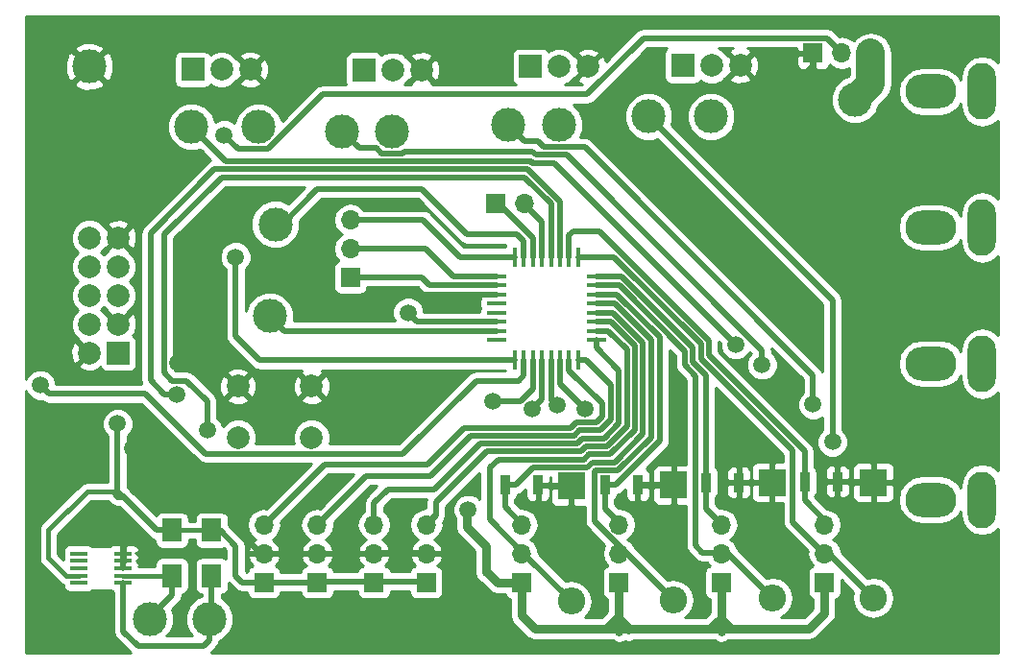
<source format=gbr>
G04 #@! TF.FileFunction,Copper,L1,Top,Signal*
%FSLAX46Y46*%
G04 Gerber Fmt 4.6, Leading zero omitted, Abs format (unit mm)*
G04 Created by KiCad (PCBNEW 4.0.7) date Thursday, 23 May 2019 'à' 19:06:03*
%MOMM*%
%LPD*%
G01*
G04 APERTURE LIST*
%ADD10C,0.100000*%
%ADD11C,2.999740*%
%ADD12R,1.998980X1.998980*%
%ADD13C,1.998980*%
%ADD14R,2.010000X2.010000*%
%ADD15C,2.010000*%
%ADD16C,2.000000*%
%ADD17R,2.400000X2.400000*%
%ADD18O,2.400000X2.400000*%
%ADD19R,1.700000X1.700000*%
%ADD20O,1.700000X1.700000*%
%ADD21R,0.900000X1.700000*%
%ADD22R,1.500000X0.350000*%
%ADD23R,1.701800X0.398780*%
%ADD24R,0.398780X1.701800*%
%ADD25O,2.500000X5.000000*%
%ADD26O,4.500000X3.000000*%
%ADD27R,1.700000X2.000000*%
%ADD28C,1.500000*%
%ADD29C,0.500000*%
%ADD30C,0.400000*%
%ADD31C,0.800000*%
%ADD32C,2.500000*%
%ADD33C,0.254000*%
G04 APERTURE END LIST*
D10*
D11*
X173600000Y-50000000D03*
D12*
X108640000Y-72360000D03*
D13*
X106100000Y-72360000D03*
X108640000Y-69820000D03*
X106100000Y-69820000D03*
X108640000Y-67280000D03*
X106100000Y-67280000D03*
X108640000Y-64740000D03*
X106100000Y-64740000D03*
X108640000Y-62200000D03*
X106100000Y-62200000D03*
D14*
X158400000Y-47000000D03*
D15*
X160940000Y-47000000D03*
X163480000Y-47000000D03*
D16*
X119200000Y-79800000D03*
X119200000Y-75300000D03*
X125700000Y-79800000D03*
X125700000Y-75300000D03*
D17*
X175200000Y-83800000D03*
D18*
X175200000Y-93960000D03*
D17*
X166300000Y-83800000D03*
D18*
X166300000Y-93960000D03*
D17*
X157600000Y-84000000D03*
D18*
X157600000Y-94160000D03*
D17*
X148600000Y-84100000D03*
D18*
X148600000Y-94260000D03*
D19*
X170900000Y-92600000D03*
D20*
X170900000Y-90060000D03*
X170900000Y-87520000D03*
D19*
X161800000Y-92600000D03*
D20*
X161800000Y-90060000D03*
X161800000Y-87520000D03*
D19*
X152800000Y-92600000D03*
D20*
X152800000Y-90060000D03*
X152800000Y-87520000D03*
D19*
X144200000Y-92600000D03*
D20*
X144200000Y-90060000D03*
X144200000Y-87520000D03*
D19*
X121500000Y-92600000D03*
D20*
X121500000Y-90060000D03*
X121500000Y-87520000D03*
D19*
X126200000Y-92600000D03*
D20*
X126200000Y-90060000D03*
X126200000Y-87520000D03*
D19*
X131200000Y-92600000D03*
D20*
X131200000Y-90060000D03*
X131200000Y-87520000D03*
D19*
X135800000Y-92600000D03*
D20*
X135800000Y-90060000D03*
X135800000Y-87520000D03*
D19*
X129100000Y-65700000D03*
D20*
X129100000Y-63160000D03*
X129100000Y-60620000D03*
D19*
X141900000Y-59200000D03*
D20*
X144440000Y-59200000D03*
D11*
X122500000Y-61000000D03*
D19*
X169900000Y-45900000D03*
D20*
X172440000Y-45900000D03*
X174980000Y-45900000D03*
D11*
X128400000Y-52800000D03*
X155400000Y-51500000D03*
X132800000Y-52800000D03*
X160900000Y-51500000D03*
X115100000Y-52400000D03*
X143000000Y-52200000D03*
X121000000Y-52400000D03*
X147500000Y-52200000D03*
X116700000Y-95800000D03*
X111400000Y-95800000D03*
X122000000Y-69100000D03*
X106100000Y-47100000D03*
D14*
X130300000Y-47400000D03*
D15*
X132840000Y-47400000D03*
X135380000Y-47400000D03*
D14*
X115210000Y-47360000D03*
D15*
X117750000Y-47360000D03*
X120290000Y-47360000D03*
D14*
X145000000Y-47100000D03*
D15*
X147540000Y-47100000D03*
X150080000Y-47100000D03*
D21*
X169150000Y-83700000D03*
X172050000Y-83700000D03*
X160450000Y-83800000D03*
X163350000Y-83800000D03*
X151550000Y-84000000D03*
X154450000Y-84000000D03*
X142750000Y-84000000D03*
X145650000Y-84000000D03*
D22*
X105200000Y-92650000D03*
X105200000Y-92000000D03*
X105200000Y-91350000D03*
X105200000Y-90700000D03*
X105200000Y-90050000D03*
X109100000Y-92650000D03*
X109100000Y-92000000D03*
X109100000Y-91350000D03*
X109100000Y-90700000D03*
X109100000Y-90050000D03*
D23*
X142000720Y-65598380D03*
X142000720Y-66398480D03*
X142000720Y-67198580D03*
X142000720Y-67998680D03*
X142000720Y-68798780D03*
X142000720Y-69598880D03*
X142000720Y-70398980D03*
X142000720Y-71199080D03*
D24*
X143595840Y-72999940D03*
X144395940Y-72999940D03*
X145196040Y-72999940D03*
X145996140Y-72999940D03*
X146796240Y-72999940D03*
X147596340Y-72999940D03*
X148393900Y-72999940D03*
X149194000Y-72999940D03*
D23*
X150799280Y-71199080D03*
X150799280Y-70398980D03*
X150799280Y-69598880D03*
X150799280Y-68798780D03*
X150799280Y-67998680D03*
X150799280Y-67198580D03*
X150799280Y-66398480D03*
X150799280Y-65598380D03*
D24*
X149196540Y-63894040D03*
X148396440Y-63894040D03*
X147596340Y-63894040D03*
X146798780Y-63894040D03*
X145998680Y-63894040D03*
X145198580Y-63894040D03*
X144398480Y-63894040D03*
X143598380Y-63894040D03*
D25*
X184800000Y-73300000D03*
D26*
X180300000Y-73300000D03*
D25*
X184800000Y-49300000D03*
D26*
X180300000Y-49300000D03*
D25*
X184800000Y-85300000D03*
D26*
X180300000Y-85300000D03*
D25*
X184800000Y-61300000D03*
D26*
X180300000Y-61300000D03*
D27*
X116900000Y-88000000D03*
X116900000Y-92000000D03*
X113400000Y-88000000D03*
X113400000Y-92000000D03*
D28*
X109900000Y-80800000D03*
X108100000Y-87600000D03*
X113900000Y-73200000D03*
X129300000Y-68800000D03*
X138800000Y-90000000D03*
X166600000Y-50400000D03*
X134200000Y-68800000D03*
X108600000Y-78600000D03*
X101800000Y-75200000D03*
X119000000Y-63900000D03*
X139500000Y-86200000D03*
X117984200Y-53143100D03*
X145139000Y-77258200D03*
X165400000Y-73400000D03*
X171600000Y-80200000D03*
X149803000Y-77272000D03*
X163100000Y-71600000D03*
X141700000Y-76600000D03*
X169900000Y-76900000D03*
X147300000Y-77000000D03*
X116500000Y-79200000D03*
X113800000Y-76000000D03*
D29*
X121500000Y-90060000D02*
X121260000Y-90060000D01*
X121260000Y-90060000D02*
X118800000Y-87600000D01*
X109900000Y-81000000D02*
X109900000Y-80800000D01*
X113100000Y-84200000D02*
X109900000Y-81000000D01*
X117000000Y-84200000D02*
X113100000Y-84200000D01*
X118800000Y-86000000D02*
X117000000Y-84200000D01*
X118800000Y-87600000D02*
X118800000Y-86000000D01*
X109100000Y-90050000D02*
X109100000Y-90300000D01*
X109100000Y-90300000D02*
X109100000Y-90700000D01*
X108849999Y-88549999D02*
X109100000Y-88800000D01*
X109100000Y-88800000D02*
X109100000Y-90300000D01*
X108100000Y-87600000D02*
X108849999Y-88349999D01*
X108849999Y-88349999D02*
X108849999Y-88549999D01*
X117100000Y-73200000D02*
X113900000Y-73200000D01*
X119200000Y-75300000D02*
X117100000Y-73200000D01*
X138740000Y-90060000D02*
X135800000Y-90060000D01*
X138800000Y-90000000D02*
X138740000Y-90060000D01*
X131300000Y-89960000D02*
X131200000Y-90060000D01*
X132400000Y-89960000D02*
X131300000Y-89960000D01*
X129600000Y-90060000D02*
X131200000Y-90060000D01*
X169900000Y-47100000D02*
X166600000Y-50400000D01*
X169900000Y-45900000D02*
X169900000Y-47100000D01*
X166300000Y-83800000D02*
X163350000Y-83800000D01*
X157600000Y-84000000D02*
X154450000Y-84000000D01*
X145750000Y-84100000D02*
X145650000Y-84000000D01*
X148600000Y-84100000D02*
X145750000Y-84100000D01*
X175100000Y-83700000D02*
X175200000Y-83800000D01*
X172050000Y-83700000D02*
X175100000Y-83700000D01*
X121500000Y-90060000D02*
X126200000Y-90060000D01*
X126200000Y-90060000D02*
X129600000Y-90060000D01*
X131100000Y-89960000D02*
X132400000Y-89960000D01*
X131000000Y-90060000D02*
X131100000Y-89960000D01*
X129600000Y-90060000D02*
X131000000Y-90060000D01*
X132400000Y-89960000D02*
X135800000Y-89960000D01*
X142001000Y-67198600D02*
X142000700Y-67198600D01*
X130901000Y-67198600D02*
X129300000Y-68800000D01*
X142000700Y-67198600D02*
X130901000Y-67198600D01*
X109100000Y-90700000D02*
X109100000Y-91350000D01*
D30*
X116900000Y-88000000D02*
X113400000Y-88000000D01*
X108200000Y-84550000D02*
X108600000Y-84550000D01*
D29*
X119600000Y-92600000D02*
X121500000Y-92600000D01*
X119000000Y-92000000D02*
X119600000Y-92600000D01*
X119000000Y-89400000D02*
X119000000Y-92000000D01*
X117600000Y-88000000D02*
X119000000Y-89400000D01*
X116900000Y-88000000D02*
X117600000Y-88000000D01*
X126200000Y-92600000D02*
X121500000Y-92600000D01*
X108600000Y-78600000D02*
X108600000Y-84550000D01*
X108600000Y-84550000D02*
X109150000Y-85100000D01*
X112050000Y-88000000D02*
X113400000Y-88000000D01*
X109150000Y-85100000D02*
X112050000Y-88000000D01*
X142001000Y-69598900D02*
X142000700Y-69598900D01*
X134999000Y-69598900D02*
X134200000Y-68800000D01*
X142000700Y-69598900D02*
X134999000Y-69598900D01*
D30*
X105950000Y-84550000D02*
X108200000Y-84550000D01*
X102500000Y-88000000D02*
X105950000Y-84550000D01*
X102500000Y-90450000D02*
X102500000Y-88000000D01*
X104050000Y-92000000D02*
X102500000Y-90450000D01*
X105200000Y-92000000D02*
X104050000Y-92000000D01*
X108600000Y-85100000D02*
X109150000Y-85100000D01*
X108200000Y-84700000D02*
X108600000Y-85100000D01*
X108200000Y-84550000D02*
X108200000Y-84700000D01*
D29*
X135700000Y-92500000D02*
X135800000Y-92600000D01*
X135700000Y-92500000D02*
X131100000Y-92500000D01*
X126300000Y-92500000D02*
X126200000Y-92600000D01*
X131100000Y-92500000D02*
X126300000Y-92500000D01*
X131100000Y-92500000D02*
X131200000Y-92600000D01*
X171300000Y-90060000D02*
X175200000Y-93960000D01*
X170900000Y-90060000D02*
X171300000Y-90060000D01*
X174500000Y-93960000D02*
X175200000Y-93960000D01*
X152338000Y-63894000D02*
X149197000Y-63894000D01*
X160000000Y-71556400D02*
X152338000Y-63894000D01*
X160000000Y-72855900D02*
X160000000Y-71556400D01*
X168100000Y-80955900D02*
X160000000Y-72855900D01*
X168100000Y-87260000D02*
X168100000Y-80955900D01*
X170900000Y-90060000D02*
X168100000Y-87260000D01*
X149197000Y-63894000D02*
X149196500Y-63894000D01*
X150799000Y-66398500D02*
X150799300Y-66398500D01*
X160160000Y-89960000D02*
X161700000Y-89960000D01*
X159550000Y-89350000D02*
X160160000Y-89960000D01*
X159550000Y-74385900D02*
X159550000Y-89350000D01*
X158600000Y-73435800D02*
X159550000Y-74385900D01*
X158600000Y-72189600D02*
X158600000Y-73435800D01*
X152809000Y-66398500D02*
X158600000Y-72189600D01*
X150799300Y-66398500D02*
X152809000Y-66398500D01*
X162300000Y-89960000D02*
X166300000Y-93960000D01*
X161700000Y-89960000D02*
X162300000Y-89960000D01*
X161700000Y-89960000D02*
X161800000Y-90060000D01*
X150799000Y-67998700D02*
X150799300Y-67998700D01*
X153500000Y-90060000D02*
X152800000Y-90060000D01*
X150650000Y-87210000D02*
X153500000Y-90060000D01*
X150650000Y-82790000D02*
X150650000Y-87210000D01*
X150740000Y-82700000D02*
X150650000Y-82790000D01*
X152716000Y-82700000D02*
X150740000Y-82700000D01*
X155600000Y-79815700D02*
X152716000Y-82700000D01*
X155600000Y-71169700D02*
X155600000Y-79815700D01*
X152429000Y-67998700D02*
X155600000Y-71169700D01*
X150799300Y-67998700D02*
X152429000Y-67998700D01*
X153500000Y-90060000D02*
X157600000Y-94160000D01*
X150799000Y-69598900D02*
X150799300Y-69598900D01*
X144400000Y-90060000D02*
X144200000Y-90060000D01*
X141400000Y-87060000D02*
X144400000Y-90060000D01*
X141400000Y-82500000D02*
X141400000Y-87060000D01*
X142150000Y-81750000D02*
X141400000Y-82500000D01*
X149710000Y-81750000D02*
X142150000Y-81750000D01*
X150160000Y-81300000D02*
X149710000Y-81750000D01*
X152036000Y-81300000D02*
X150160000Y-81300000D01*
X154200000Y-79135800D02*
X152036000Y-81300000D01*
X154200000Y-71749600D02*
X154200000Y-79135800D01*
X152049000Y-69598900D02*
X154200000Y-71749600D01*
X150799300Y-69598900D02*
X152049000Y-69598900D01*
X144400000Y-90060000D02*
X148600000Y-94260000D01*
X169150000Y-85350000D02*
X169150000Y-83700000D01*
X170900000Y-87100000D02*
X169150000Y-85350000D01*
X170900000Y-87520000D02*
X170900000Y-87100000D01*
X148396000Y-62003600D02*
X148396000Y-63066300D01*
X148800000Y-61600000D02*
X148396000Y-62003600D01*
X151034000Y-61600000D02*
X148800000Y-61600000D01*
X160700000Y-71266500D02*
X151034000Y-61600000D01*
X160700000Y-72566000D02*
X160700000Y-71266500D01*
X169150000Y-81016000D02*
X160700000Y-72566000D01*
X169150000Y-83700000D02*
X169150000Y-81016000D01*
X148396000Y-63066300D02*
X148396000Y-63894000D01*
X148396400Y-63066700D02*
X148396400Y-63894000D01*
X148396000Y-63066300D02*
X148396400Y-63066700D01*
X150799000Y-65598400D02*
X150799300Y-65598400D01*
X160450000Y-74295900D02*
X160450000Y-83800000D01*
X159300000Y-73145900D02*
X160450000Y-74295900D01*
X159300000Y-71899700D02*
X159300000Y-73145900D01*
X152999000Y-65598400D02*
X159300000Y-71899700D01*
X150799300Y-65598400D02*
X152999000Y-65598400D01*
X160450000Y-86070000D02*
X161800000Y-87420000D01*
X160450000Y-83800000D02*
X160450000Y-86070000D01*
X161800000Y-87420000D02*
X161800000Y-87520000D01*
X152500000Y-84000000D02*
X151550000Y-84000000D01*
X156400000Y-80099900D02*
X152500000Y-84000000D01*
X156400000Y-70979700D02*
X156400000Y-80099900D01*
X152619000Y-67198600D02*
X156400000Y-70979700D01*
X150799300Y-67198600D02*
X152619000Y-67198600D01*
X150799000Y-67198600D02*
X150799300Y-67198600D01*
X151550000Y-86070000D02*
X152800000Y-87320000D01*
X151550000Y-84000000D02*
X151550000Y-86070000D01*
X152800000Y-87320000D02*
X152800000Y-87520000D01*
X150799000Y-68798800D02*
X150799300Y-68798800D01*
X143700000Y-84000000D02*
X142750000Y-84000000D01*
X145250000Y-82450000D02*
X143700000Y-84000000D01*
X150000000Y-82450000D02*
X145250000Y-82450000D01*
X150450000Y-82000000D02*
X150000000Y-82450000D01*
X152426000Y-82000000D02*
X150450000Y-82000000D01*
X154900000Y-79525700D02*
X152426000Y-82000000D01*
X154900000Y-71459600D02*
X154900000Y-79525700D01*
X152239000Y-68798800D02*
X154900000Y-71459600D01*
X150799300Y-68798800D02*
X152239000Y-68798800D01*
X142750000Y-85970000D02*
X144200000Y-87420000D01*
X142750000Y-84000000D02*
X142750000Y-85970000D01*
X144200000Y-87420000D02*
X144200000Y-87520000D01*
X148394000Y-72999900D02*
X148394000Y-73458900D01*
X126820000Y-82200000D02*
X121500000Y-87520000D01*
X135900000Y-82200000D02*
X126820000Y-82200000D01*
X139150000Y-78949900D02*
X135900000Y-82200000D01*
X148550000Y-78949900D02*
X139150000Y-78949900D01*
X149000000Y-78499900D02*
X148550000Y-78949900D01*
X150776000Y-78499900D02*
X149000000Y-78499900D01*
X151300000Y-77976000D02*
X150776000Y-78499900D01*
X151300000Y-76824000D02*
X151300000Y-77976000D01*
X148394000Y-73917900D02*
X151300000Y-76824000D01*
X148394000Y-73458900D02*
X148394000Y-73917900D01*
X148393900Y-73458800D02*
X148393900Y-72999900D01*
X148394000Y-73458900D02*
X148393900Y-73458800D01*
X130520000Y-83200000D02*
X126200000Y-87520000D01*
X136200000Y-83200000D02*
X130520000Y-83200000D01*
X139750000Y-79650000D02*
X136200000Y-83200000D01*
X148840000Y-79650000D02*
X139750000Y-79650000D01*
X149290000Y-79199900D02*
X148840000Y-79650000D01*
X151166000Y-79199900D02*
X149290000Y-79199900D01*
X152100000Y-78266000D02*
X151166000Y-79199900D01*
X152100000Y-75206600D02*
X152100000Y-78266000D01*
X149893000Y-72999900D02*
X152100000Y-75206600D01*
X149194000Y-72999900D02*
X149893000Y-72999900D01*
X149893000Y-72999900D02*
X150193000Y-73300000D01*
X150799000Y-71199100D02*
X150799000Y-71548800D01*
X131200000Y-85600000D02*
X131200000Y-87520000D01*
X132400000Y-84400000D02*
X131200000Y-85600000D01*
X136500000Y-84400000D02*
X132400000Y-84400000D01*
X140550000Y-80350000D02*
X136500000Y-84400000D01*
X149130000Y-80350000D02*
X140550000Y-80350000D01*
X149580000Y-79900000D02*
X149130000Y-80350000D01*
X151456000Y-79900000D02*
X149580000Y-79900000D01*
X152800000Y-78555900D02*
X151456000Y-79900000D01*
X152800000Y-73899200D02*
X152800000Y-78555900D01*
X150799000Y-71898500D02*
X152800000Y-73899200D01*
X150799000Y-71548800D02*
X150799000Y-71898500D01*
X150799300Y-71548500D02*
X150799300Y-71199100D01*
X150799000Y-71548800D02*
X150799300Y-71548500D01*
X136650000Y-86670000D02*
X135800000Y-87520000D01*
X136650000Y-86570000D02*
X136650000Y-86670000D01*
X136650000Y-86570000D02*
X135800000Y-87420000D01*
X150799000Y-70399000D02*
X150799300Y-70399000D01*
X136650000Y-85550000D02*
X136650000Y-86570000D01*
X141150000Y-81050000D02*
X136650000Y-85550000D01*
X149420000Y-81050000D02*
X141150000Y-81050000D01*
X149870000Y-80600000D02*
X149420000Y-81050000D01*
X151746000Y-80600000D02*
X149870000Y-80600000D01*
X153500000Y-78845900D02*
X151746000Y-80600000D01*
X153500000Y-72039500D02*
X153500000Y-78845900D01*
X151859000Y-70399000D02*
X153500000Y-72039500D01*
X150799300Y-70399000D02*
X151859000Y-70399000D01*
X142001000Y-66398500D02*
X142000700Y-66398500D01*
X135400000Y-65700000D02*
X129100000Y-65700000D01*
X136098000Y-66398500D02*
X135400000Y-65700000D01*
X142000700Y-66398500D02*
X136098000Y-66398500D01*
X138198000Y-65598400D02*
X142000700Y-65598400D01*
X135760000Y-63160000D02*
X138198000Y-65598400D01*
X129100000Y-63160000D02*
X135760000Y-63160000D01*
X142000700Y-65598400D02*
X142001000Y-65598400D01*
X138794000Y-63894000D02*
X143598000Y-63894000D01*
X135520000Y-60620000D02*
X138794000Y-63894000D01*
X129100000Y-60620000D02*
X135520000Y-60620000D01*
X143598000Y-63894000D02*
X143598400Y-63894000D01*
X145199000Y-62208600D02*
X145199000Y-63051300D01*
X142190000Y-59200000D02*
X145199000Y-62208600D01*
X141900000Y-59200000D02*
X142190000Y-59200000D01*
X145199000Y-63051300D02*
X145199000Y-63894000D01*
X145198600Y-63051700D02*
X145198600Y-63894000D01*
X145199000Y-63051300D02*
X145198600Y-63051700D01*
X145999000Y-60798700D02*
X145999000Y-62346300D01*
X144440000Y-59240000D02*
X145999000Y-60798700D01*
X144440000Y-59200000D02*
X144440000Y-59240000D01*
X145999000Y-62346300D02*
X145999000Y-63894000D01*
X145998700Y-62346600D02*
X145998700Y-63894000D01*
X145999000Y-62346300D02*
X145998700Y-62346600D01*
X144398000Y-63894000D02*
X144398000Y-63196200D01*
X123100000Y-61000000D02*
X122500000Y-61000000D01*
X126200000Y-57900000D02*
X123100000Y-61000000D01*
X135400000Y-57900000D02*
X126200000Y-57900000D01*
X139400000Y-61900000D02*
X135400000Y-57900000D01*
X143800000Y-61900000D02*
X139400000Y-61900000D01*
X144398000Y-62498500D02*
X143800000Y-61900000D01*
X144398000Y-63196200D02*
X144398000Y-62498500D01*
X144398500Y-63196700D02*
X144398500Y-63894000D01*
X144398000Y-63196200D02*
X144398500Y-63196700D01*
X144396000Y-72999900D02*
X144396000Y-73675300D01*
X102550000Y-75950000D02*
X101800000Y-75200000D01*
X111050000Y-75950000D02*
X102550000Y-75950000D01*
X116350000Y-81250000D02*
X111050000Y-75950000D01*
X133750000Y-81250000D02*
X116350000Y-81250000D01*
X140200000Y-74800000D02*
X133750000Y-81250000D01*
X143947000Y-74800000D02*
X140200000Y-74800000D01*
X144396000Y-74350800D02*
X143947000Y-74800000D01*
X144396000Y-73675300D02*
X144396000Y-74350800D01*
X144395900Y-73675200D02*
X144395900Y-72999900D01*
X144396000Y-73675300D02*
X144395900Y-73675200D01*
X119000000Y-70900000D02*
X119000000Y-63900000D01*
X121100000Y-72999900D02*
X119000000Y-70900000D01*
X143595800Y-72999900D02*
X121100000Y-72999900D01*
X143596000Y-72999900D02*
X143595800Y-72999900D01*
D31*
X141100000Y-91700000D02*
X141200000Y-91700000D01*
X141200000Y-91700000D02*
X142100000Y-92600000D01*
X142100000Y-92600000D02*
X144200000Y-92600000D01*
X141100000Y-89400000D02*
X141100000Y-91700000D01*
X139400000Y-87700000D02*
X141100000Y-89400000D01*
X139400000Y-86300000D02*
X139400000Y-87700000D01*
X139500000Y-86200000D02*
X139400000Y-86300000D01*
X152700000Y-95700000D02*
X153700000Y-96700000D01*
X153600000Y-96800000D02*
X153600000Y-96700000D01*
X153700000Y-96700000D02*
X153600000Y-96800000D01*
X152800000Y-95700000D02*
X152700000Y-95700000D01*
X152700000Y-95700000D02*
X151700000Y-96700000D01*
X152800000Y-92600000D02*
X152800000Y-95700000D01*
X152800000Y-95700000D02*
X152800000Y-96700000D01*
X152800000Y-96700000D02*
X152800000Y-96900000D01*
X152800000Y-96900000D02*
X152800000Y-96700000D01*
X161800000Y-96000000D02*
X161500000Y-96000000D01*
X161500000Y-96000000D02*
X160800000Y-96700000D01*
X161800000Y-96000000D02*
X162000000Y-96000000D01*
X162000000Y-96000000D02*
X162700000Y-96700000D01*
X161800000Y-92600000D02*
X161800000Y-96000000D01*
X161800000Y-96000000D02*
X161800000Y-96700000D01*
X161800000Y-96700000D02*
X161800000Y-96900000D01*
X161800000Y-96900000D02*
X161800000Y-96700000D01*
X144200000Y-92600000D02*
X144200000Y-95500000D01*
X144200000Y-95500000D02*
X145400000Y-96700000D01*
X145400000Y-96700000D02*
X151700000Y-96700000D01*
X151700000Y-96700000D02*
X152800000Y-96700000D01*
X152800000Y-96700000D02*
X153600000Y-96700000D01*
X153600000Y-96700000D02*
X160800000Y-96700000D01*
X160800000Y-96700000D02*
X161800000Y-96700000D01*
X170900000Y-95300000D02*
X170900000Y-92600000D01*
X169500000Y-96700000D02*
X170900000Y-95300000D01*
X162700000Y-96700000D02*
X169500000Y-96700000D01*
X161800000Y-96700000D02*
X162700000Y-96700000D01*
D29*
X170900000Y-92900000D02*
X170900000Y-92600000D01*
X161800000Y-92500000D02*
X161800000Y-92600000D01*
X152800000Y-92400000D02*
X152800000Y-92600000D01*
X144200000Y-92600000D02*
X144200000Y-92500000D01*
X142001000Y-70399000D02*
X142000700Y-70399000D01*
X123299000Y-70399000D02*
X122000000Y-69100000D01*
X142000700Y-70399000D02*
X123299000Y-70399000D01*
X171139600Y-44599600D02*
X172440000Y-45900000D01*
X154935900Y-44599600D02*
X171139600Y-44599600D01*
X149985800Y-49549700D02*
X154935900Y-44599600D01*
X126650300Y-49549700D02*
X149985800Y-49549700D01*
X121845200Y-54354800D02*
X126650300Y-49549700D01*
X119195900Y-54354800D02*
X121845200Y-54354800D01*
X117984200Y-53143100D02*
X119195900Y-54354800D01*
D32*
X174980000Y-48620000D02*
X173600000Y-50000000D01*
X174980000Y-45900000D02*
X174980000Y-48620000D01*
D29*
X129900000Y-54299900D02*
X128400000Y-52800000D01*
X131414000Y-54299900D02*
X129900000Y-54299900D01*
X131864000Y-54749900D02*
X131414000Y-54299900D01*
X133736000Y-54749900D02*
X131864000Y-54749900D01*
X133886000Y-54600000D02*
X133736000Y-54749900D01*
X145170000Y-54600000D02*
X133886000Y-54600000D01*
X145470000Y-54900000D02*
X145170000Y-54600000D01*
X148176000Y-54900000D02*
X145470000Y-54900000D01*
X165400000Y-72124000D02*
X148176000Y-54900000D01*
X165400000Y-73400000D02*
X165400000Y-72124000D01*
X145996000Y-72999900D02*
X145996000Y-74700400D01*
X145889000Y-76508200D02*
X145139000Y-77258200D01*
X145996000Y-76400900D02*
X145889000Y-76508200D01*
X145996000Y-74700400D02*
X145996000Y-76400900D01*
X145996100Y-74700300D02*
X145996100Y-72999900D01*
X145996000Y-74700400D02*
X145996100Y-74700300D01*
X171600000Y-67700000D02*
X155400000Y-51500000D01*
X171600000Y-80200000D02*
X171600000Y-67700000D01*
X147596000Y-72999900D02*
X147596000Y-74032700D01*
X147596000Y-75065600D02*
X149803000Y-77272000D01*
X147596000Y-74032700D02*
X147596000Y-75065600D01*
X147596300Y-74032400D02*
X147596300Y-72999900D01*
X147596000Y-74032700D02*
X147596300Y-74032400D01*
X116600000Y-53899900D02*
X115100000Y-52400000D01*
X118150000Y-55449900D02*
X116600000Y-53899900D01*
X145030000Y-55449900D02*
X118150000Y-55449900D01*
X145180000Y-55600000D02*
X145030000Y-55449900D01*
X147100000Y-55600000D02*
X145180000Y-55600000D01*
X163100000Y-71600000D02*
X147100000Y-55600000D01*
X144100000Y-76600000D02*
X141700000Y-76600000D01*
X145196000Y-75504000D02*
X144100000Y-76600000D01*
X145196000Y-72999900D02*
X145196000Y-75504000D01*
X144500000Y-53699900D02*
X143000000Y-52200000D01*
X145670000Y-53699900D02*
X144500000Y-53699900D01*
X146170000Y-54200000D02*
X145670000Y-53699900D01*
X149766000Y-54200000D02*
X146170000Y-54200000D01*
X169900000Y-74334000D02*
X149766000Y-54200000D01*
X169900000Y-76900000D02*
X169900000Y-74334000D01*
X146796000Y-72999900D02*
X146796000Y-74748000D01*
X146796000Y-76496200D02*
X147300000Y-77000000D01*
X146796000Y-74748000D02*
X146796000Y-76496200D01*
X146796200Y-74747800D02*
X146796200Y-72999900D01*
X146796000Y-74748000D02*
X146796200Y-74747800D01*
X116700000Y-97700000D02*
X116700000Y-95800000D01*
X116200000Y-98200000D02*
X116700000Y-97700000D01*
X110400000Y-98200000D02*
X116200000Y-98200000D01*
X109100000Y-96900000D02*
X110400000Y-98200000D01*
X109100000Y-92650000D02*
X109100000Y-96900000D01*
X116900000Y-95600000D02*
X116700000Y-95800000D01*
X116900000Y-92000000D02*
X116900000Y-95600000D01*
X146799000Y-63894000D02*
X146799000Y-61546400D01*
X116500000Y-76600000D02*
X116500000Y-79200000D01*
X114700000Y-74800000D02*
X116500000Y-76600000D01*
X113400000Y-74800000D02*
X114700000Y-74800000D01*
X112700000Y-74100000D02*
X113400000Y-74800000D01*
X112700000Y-61900000D02*
X112700000Y-74100000D01*
X117750000Y-56849900D02*
X112700000Y-61900000D01*
X144450000Y-56849900D02*
X117750000Y-56849900D01*
X146799000Y-59198800D02*
X144450000Y-56849900D01*
X146799000Y-61546400D02*
X146799000Y-59198800D01*
X146798800Y-61546600D02*
X146798800Y-63894000D01*
X146799000Y-61546400D02*
X146798800Y-61546600D01*
D30*
X109100000Y-92000000D02*
X113400000Y-92000000D01*
D29*
X113400000Y-93700000D02*
X113400000Y-92000000D01*
X111400000Y-95700000D02*
X113400000Y-93700000D01*
X111400000Y-95800000D02*
X111400000Y-95700000D01*
X147596000Y-63894000D02*
X147596000Y-63218500D01*
X112739000Y-76000000D02*
X113800000Y-76000000D01*
X111500000Y-74760700D02*
X112739000Y-76000000D01*
X111500000Y-61800000D02*
X111500000Y-74760700D01*
X117150000Y-56149900D02*
X111500000Y-61800000D01*
X144740000Y-56149900D02*
X117150000Y-56149900D01*
X147600000Y-59010000D02*
X144740000Y-56149900D01*
X147600000Y-62539500D02*
X147600000Y-59010000D01*
X147596000Y-62543100D02*
X147600000Y-62539500D01*
X147596000Y-63218500D02*
X147596000Y-62543100D01*
X147596300Y-63218800D02*
X147596300Y-63894000D01*
X147596000Y-63218500D02*
X147596300Y-63218800D01*
D33*
G36*
X186190000Y-46741148D02*
X186132896Y-46655686D01*
X185521358Y-46247069D01*
X184800000Y-46103582D01*
X184078642Y-46247069D01*
X183467104Y-46655686D01*
X183058487Y-47267224D01*
X182915000Y-47988582D01*
X182915000Y-48237523D01*
X182616193Y-47790327D01*
X181923549Y-47327517D01*
X181106520Y-47165000D01*
X179493480Y-47165000D01*
X178676451Y-47327517D01*
X177983807Y-47790327D01*
X177520997Y-48482971D01*
X177358480Y-49300000D01*
X177520997Y-50117029D01*
X177983807Y-50809673D01*
X178676451Y-51272483D01*
X179493480Y-51435000D01*
X181106520Y-51435000D01*
X181923549Y-51272483D01*
X182616193Y-50809673D01*
X182915000Y-50362477D01*
X182915000Y-50611418D01*
X183058487Y-51332776D01*
X183467104Y-51944314D01*
X184078642Y-52352931D01*
X184800000Y-52496418D01*
X185521358Y-52352931D01*
X186132896Y-51944314D01*
X186190000Y-51858852D01*
X186190000Y-58741148D01*
X186132896Y-58655686D01*
X185521358Y-58247069D01*
X184800000Y-58103582D01*
X184078642Y-58247069D01*
X183467104Y-58655686D01*
X183058487Y-59267224D01*
X182915000Y-59988582D01*
X182915000Y-60237523D01*
X182616193Y-59790327D01*
X181923549Y-59327517D01*
X181106520Y-59165000D01*
X179493480Y-59165000D01*
X178676451Y-59327517D01*
X177983807Y-59790327D01*
X177520997Y-60482971D01*
X177358480Y-61300000D01*
X177520997Y-62117029D01*
X177983807Y-62809673D01*
X178676451Y-63272483D01*
X179493480Y-63435000D01*
X181106520Y-63435000D01*
X181923549Y-63272483D01*
X182616193Y-62809673D01*
X182915000Y-62362477D01*
X182915000Y-62611418D01*
X183058487Y-63332776D01*
X183467104Y-63944314D01*
X184078642Y-64352931D01*
X184800000Y-64496418D01*
X185521358Y-64352931D01*
X186132896Y-63944314D01*
X186190000Y-63858852D01*
X186190000Y-70741148D01*
X186132896Y-70655686D01*
X185521358Y-70247069D01*
X184800000Y-70103582D01*
X184078642Y-70247069D01*
X183467104Y-70655686D01*
X183058487Y-71267224D01*
X182915000Y-71988582D01*
X182915000Y-72237523D01*
X182616193Y-71790327D01*
X181923549Y-71327517D01*
X181106520Y-71165000D01*
X179493480Y-71165000D01*
X178676451Y-71327517D01*
X177983807Y-71790327D01*
X177520997Y-72482971D01*
X177358480Y-73300000D01*
X177520997Y-74117029D01*
X177983807Y-74809673D01*
X178676451Y-75272483D01*
X179493480Y-75435000D01*
X181106520Y-75435000D01*
X181923549Y-75272483D01*
X182616193Y-74809673D01*
X182915000Y-74362477D01*
X182915000Y-74611418D01*
X183058487Y-75332776D01*
X183467104Y-75944314D01*
X184078642Y-76352931D01*
X184800000Y-76496418D01*
X185521358Y-76352931D01*
X186132896Y-75944314D01*
X186190000Y-75858852D01*
X186190000Y-82741148D01*
X186132896Y-82655686D01*
X185521358Y-82247069D01*
X184800000Y-82103582D01*
X184078642Y-82247069D01*
X183467104Y-82655686D01*
X183058487Y-83267224D01*
X182915000Y-83988582D01*
X182915000Y-84237523D01*
X182616193Y-83790327D01*
X181923549Y-83327517D01*
X181106520Y-83165000D01*
X179493480Y-83165000D01*
X178676451Y-83327517D01*
X177983807Y-83790327D01*
X177520997Y-84482971D01*
X177358480Y-85300000D01*
X177520997Y-86117029D01*
X177983807Y-86809673D01*
X178676451Y-87272483D01*
X179493480Y-87435000D01*
X181106520Y-87435000D01*
X181923549Y-87272483D01*
X182616193Y-86809673D01*
X182915000Y-86362477D01*
X182915000Y-86611418D01*
X183058487Y-87332776D01*
X183467104Y-87944314D01*
X184078642Y-88352931D01*
X184800000Y-88496418D01*
X185521358Y-88352931D01*
X186132896Y-87944314D01*
X186190000Y-87858852D01*
X186190000Y-98790000D01*
X116861580Y-98790000D01*
X117325787Y-98325792D01*
X117325790Y-98325790D01*
X117517633Y-98038675D01*
X117538208Y-97935240D01*
X117575409Y-97748221D01*
X117907727Y-97610910D01*
X118508800Y-97010886D01*
X118834499Y-96226515D01*
X118835240Y-95377211D01*
X118510910Y-94592273D01*
X117910886Y-93991200D01*
X117785000Y-93938928D01*
X117785000Y-93640854D01*
X117985317Y-93603162D01*
X118201441Y-93464090D01*
X118346431Y-93251890D01*
X118397440Y-93000000D01*
X118397440Y-92649020D01*
X118974208Y-93225787D01*
X118974210Y-93225790D01*
X119212486Y-93385000D01*
X119261325Y-93417633D01*
X119600000Y-93485001D01*
X119600005Y-93485000D01*
X120009146Y-93485000D01*
X120046838Y-93685317D01*
X120185910Y-93901441D01*
X120398110Y-94046431D01*
X120650000Y-94097440D01*
X122350000Y-94097440D01*
X122585317Y-94053162D01*
X122801441Y-93914090D01*
X122946431Y-93701890D01*
X122990352Y-93485000D01*
X124709146Y-93485000D01*
X124746838Y-93685317D01*
X124885910Y-93901441D01*
X125098110Y-94046431D01*
X125350000Y-94097440D01*
X127050000Y-94097440D01*
X127285317Y-94053162D01*
X127501441Y-93914090D01*
X127646431Y-93701890D01*
X127697440Y-93450000D01*
X127697440Y-93385000D01*
X129702560Y-93385000D01*
X129702560Y-93450000D01*
X129746838Y-93685317D01*
X129885910Y-93901441D01*
X130098110Y-94046431D01*
X130350000Y-94097440D01*
X132050000Y-94097440D01*
X132285317Y-94053162D01*
X132501441Y-93914090D01*
X132646431Y-93701890D01*
X132697440Y-93450000D01*
X132697440Y-93385000D01*
X134302560Y-93385000D01*
X134302560Y-93450000D01*
X134346838Y-93685317D01*
X134485910Y-93901441D01*
X134698110Y-94046431D01*
X134950000Y-94097440D01*
X136650000Y-94097440D01*
X136885317Y-94053162D01*
X137101441Y-93914090D01*
X137246431Y-93701890D01*
X137297440Y-93450000D01*
X137297440Y-91750000D01*
X137253162Y-91514683D01*
X137114090Y-91298559D01*
X136901890Y-91153569D01*
X136793893Y-91131699D01*
X137071645Y-90826924D01*
X137241476Y-90416890D01*
X137120155Y-90187000D01*
X135927000Y-90187000D01*
X135927000Y-90207000D01*
X135673000Y-90207000D01*
X135673000Y-90187000D01*
X134479845Y-90187000D01*
X134358524Y-90416890D01*
X134528355Y-90826924D01*
X134804501Y-91129937D01*
X134714683Y-91146838D01*
X134498559Y-91285910D01*
X134353569Y-91498110D01*
X134329898Y-91615000D01*
X132672038Y-91615000D01*
X132653162Y-91514683D01*
X132514090Y-91298559D01*
X132301890Y-91153569D01*
X132193893Y-91131699D01*
X132471645Y-90826924D01*
X132641476Y-90416890D01*
X132520155Y-90187000D01*
X131327000Y-90187000D01*
X131327000Y-90207000D01*
X131073000Y-90207000D01*
X131073000Y-90187000D01*
X129879845Y-90187000D01*
X129758524Y-90416890D01*
X129928355Y-90826924D01*
X130204501Y-91129937D01*
X130114683Y-91146838D01*
X129898559Y-91285910D01*
X129753569Y-91498110D01*
X129729898Y-91615000D01*
X127672038Y-91615000D01*
X127653162Y-91514683D01*
X127514090Y-91298559D01*
X127301890Y-91153569D01*
X127193893Y-91131699D01*
X127471645Y-90826924D01*
X127641476Y-90416890D01*
X127520155Y-90187000D01*
X126327000Y-90187000D01*
X126327000Y-90207000D01*
X126073000Y-90207000D01*
X126073000Y-90187000D01*
X124879845Y-90187000D01*
X124758524Y-90416890D01*
X124928355Y-90826924D01*
X125204501Y-91129937D01*
X125114683Y-91146838D01*
X124898559Y-91285910D01*
X124753569Y-91498110D01*
X124709648Y-91715000D01*
X122990854Y-91715000D01*
X122953162Y-91514683D01*
X122814090Y-91298559D01*
X122601890Y-91153569D01*
X122493893Y-91131699D01*
X122771645Y-90826924D01*
X122941476Y-90416890D01*
X122820155Y-90187000D01*
X121627000Y-90187000D01*
X121627000Y-90207000D01*
X121373000Y-90207000D01*
X121373000Y-90187000D01*
X120179845Y-90187000D01*
X120058524Y-90416890D01*
X120228355Y-90826924D01*
X120504501Y-91129937D01*
X120414683Y-91146838D01*
X120198559Y-91285910D01*
X120053569Y-91498110D01*
X120009648Y-91715000D01*
X119966579Y-91715000D01*
X119885000Y-91633420D01*
X119885000Y-89400005D01*
X119885001Y-89400000D01*
X119817633Y-89061326D01*
X119817633Y-89061325D01*
X119625790Y-88774210D01*
X119625787Y-88774208D01*
X118397440Y-87545860D01*
X118397440Y-87000000D01*
X118353162Y-86764683D01*
X118214090Y-86548559D01*
X118001890Y-86403569D01*
X117750000Y-86352560D01*
X116050000Y-86352560D01*
X115814683Y-86396838D01*
X115598559Y-86535910D01*
X115453569Y-86748110D01*
X115402560Y-87000000D01*
X115402560Y-87165000D01*
X114897440Y-87165000D01*
X114897440Y-87000000D01*
X114853162Y-86764683D01*
X114714090Y-86548559D01*
X114501890Y-86403569D01*
X114250000Y-86352560D01*
X112550000Y-86352560D01*
X112314683Y-86396838D01*
X112098559Y-86535910D01*
X111992586Y-86691007D01*
X109775790Y-84474210D01*
X109775787Y-84474208D01*
X109485000Y-84183420D01*
X109485000Y-79673523D01*
X109773461Y-79385564D01*
X109984759Y-78876702D01*
X109985240Y-78325715D01*
X109774831Y-77816485D01*
X109385564Y-77426539D01*
X108876702Y-77215241D01*
X108325715Y-77214760D01*
X107816485Y-77425169D01*
X107426539Y-77814436D01*
X107215241Y-78323298D01*
X107214760Y-78874285D01*
X107425169Y-79383515D01*
X107715000Y-79673852D01*
X107715000Y-83715000D01*
X105950000Y-83715000D01*
X105630460Y-83778560D01*
X105359566Y-83959566D01*
X101909566Y-87409566D01*
X101728561Y-87680459D01*
X101665000Y-88000000D01*
X101665000Y-90450000D01*
X101728561Y-90769541D01*
X101882549Y-91000000D01*
X101909566Y-91040434D01*
X103459566Y-92590434D01*
X103730459Y-92771439D01*
X103802560Y-92785781D01*
X103802560Y-92825000D01*
X103846838Y-93060317D01*
X103985910Y-93276441D01*
X104198110Y-93421431D01*
X104450000Y-93472440D01*
X105950000Y-93472440D01*
X106185317Y-93428162D01*
X106342527Y-93327000D01*
X107959906Y-93327000D01*
X108098110Y-93421431D01*
X108215000Y-93445102D01*
X108215000Y-96899995D01*
X108214999Y-96900000D01*
X108271190Y-97182484D01*
X108282367Y-97238675D01*
X108411445Y-97431855D01*
X108474210Y-97525790D01*
X109738421Y-98790000D01*
X100510000Y-98790000D01*
X100510000Y-75704784D01*
X100625169Y-75983515D01*
X101014436Y-76373461D01*
X101523298Y-76584759D01*
X101938175Y-76585121D01*
X102169333Y-76739575D01*
X102211325Y-76767633D01*
X102550000Y-76835001D01*
X102550005Y-76835000D01*
X110683420Y-76835000D01*
X115724208Y-81875787D01*
X115724210Y-81875790D01*
X116011325Y-82067633D01*
X116044390Y-82074210D01*
X116350000Y-82135001D01*
X116350005Y-82135000D01*
X125633421Y-82135000D01*
X121699520Y-86068900D01*
X121529093Y-86035000D01*
X121470907Y-86035000D01*
X120902622Y-86148039D01*
X120420853Y-86469946D01*
X120098946Y-86951715D01*
X119985907Y-87520000D01*
X120098946Y-88088285D01*
X120420853Y-88570054D01*
X120761553Y-88797702D01*
X120618642Y-88864817D01*
X120228355Y-89293076D01*
X120058524Y-89703110D01*
X120179845Y-89933000D01*
X121373000Y-89933000D01*
X121373000Y-89913000D01*
X121627000Y-89913000D01*
X121627000Y-89933000D01*
X122820155Y-89933000D01*
X122941476Y-89703110D01*
X122771645Y-89293076D01*
X122381358Y-88864817D01*
X122238447Y-88797702D01*
X122579147Y-88570054D01*
X122901054Y-88088285D01*
X123014093Y-87520000D01*
X122970539Y-87301041D01*
X127186579Y-83085000D01*
X129383421Y-83085000D01*
X126399520Y-86068900D01*
X126229093Y-86035000D01*
X126170907Y-86035000D01*
X125602622Y-86148039D01*
X125120853Y-86469946D01*
X124798946Y-86951715D01*
X124685907Y-87520000D01*
X124798946Y-88088285D01*
X125120853Y-88570054D01*
X125461553Y-88797702D01*
X125318642Y-88864817D01*
X124928355Y-89293076D01*
X124758524Y-89703110D01*
X124879845Y-89933000D01*
X126073000Y-89933000D01*
X126073000Y-89913000D01*
X126327000Y-89913000D01*
X126327000Y-89933000D01*
X127520155Y-89933000D01*
X127641476Y-89703110D01*
X127471645Y-89293076D01*
X127081358Y-88864817D01*
X126938447Y-88797702D01*
X127279147Y-88570054D01*
X127601054Y-88088285D01*
X127714093Y-87520000D01*
X127670539Y-87301041D01*
X130886579Y-84085000D01*
X131463421Y-84085000D01*
X130574210Y-84974210D01*
X130382367Y-85261325D01*
X130382367Y-85261326D01*
X130314999Y-85600000D01*
X130315000Y-85600005D01*
X130315000Y-86340221D01*
X130120853Y-86469946D01*
X129798946Y-86951715D01*
X129685907Y-87520000D01*
X129798946Y-88088285D01*
X130120853Y-88570054D01*
X130461553Y-88797702D01*
X130318642Y-88864817D01*
X129928355Y-89293076D01*
X129758524Y-89703110D01*
X129879845Y-89933000D01*
X131073000Y-89933000D01*
X131073000Y-89913000D01*
X131327000Y-89913000D01*
X131327000Y-89933000D01*
X132520155Y-89933000D01*
X132641476Y-89703110D01*
X132471645Y-89293076D01*
X132081358Y-88864817D01*
X131938447Y-88797702D01*
X132279147Y-88570054D01*
X132601054Y-88088285D01*
X132714093Y-87520000D01*
X132601054Y-86951715D01*
X132279147Y-86469946D01*
X132085000Y-86340221D01*
X132085000Y-85966580D01*
X132766579Y-85285000D01*
X135817712Y-85285000D01*
X135764999Y-85550000D01*
X135765000Y-85550005D01*
X135765000Y-86036175D01*
X135202622Y-86148039D01*
X134720853Y-86469946D01*
X134398946Y-86951715D01*
X134285907Y-87520000D01*
X134398946Y-88088285D01*
X134720853Y-88570054D01*
X135061553Y-88797702D01*
X134918642Y-88864817D01*
X134528355Y-89293076D01*
X134358524Y-89703110D01*
X134479845Y-89933000D01*
X135673000Y-89933000D01*
X135673000Y-89913000D01*
X135927000Y-89913000D01*
X135927000Y-89933000D01*
X137120155Y-89933000D01*
X137241476Y-89703110D01*
X137071645Y-89293076D01*
X136681358Y-88864817D01*
X136538447Y-88797702D01*
X136879147Y-88570054D01*
X137201054Y-88088285D01*
X137314093Y-87520000D01*
X137270539Y-87301040D01*
X137275787Y-87295792D01*
X137275790Y-87295790D01*
X137406612Y-87100000D01*
X137467634Y-87008674D01*
X137535001Y-86670000D01*
X137535000Y-86669995D01*
X137535000Y-86570005D01*
X137535001Y-86570000D01*
X137535000Y-86569995D01*
X137535000Y-85916580D01*
X140515000Y-82936579D01*
X140515000Y-85256375D01*
X140285564Y-85026539D01*
X139776702Y-84815241D01*
X139225715Y-84814760D01*
X138716485Y-85025169D01*
X138326539Y-85414436D01*
X138115241Y-85923298D01*
X138114760Y-86474285D01*
X138325169Y-86983515D01*
X138365000Y-87023415D01*
X138365000Y-87699995D01*
X138364999Y-87700000D01*
X138443785Y-88096077D01*
X138668144Y-88431856D01*
X140065000Y-89828711D01*
X140065000Y-91700000D01*
X140143785Y-92096077D01*
X140368144Y-92431856D01*
X140669508Y-92633220D01*
X141368142Y-93331853D01*
X141368144Y-93331856D01*
X141512277Y-93428162D01*
X141703922Y-93556215D01*
X142100000Y-93635001D01*
X142100005Y-93635000D01*
X142737370Y-93635000D01*
X142746838Y-93685317D01*
X142885910Y-93901441D01*
X143098110Y-94046431D01*
X143165000Y-94059977D01*
X143165000Y-95499995D01*
X143164999Y-95500000D01*
X143243785Y-95896077D01*
X143468144Y-96231856D01*
X144668142Y-97431853D01*
X144668144Y-97431856D01*
X144869429Y-97566349D01*
X145003922Y-97656215D01*
X145400000Y-97735000D01*
X151699995Y-97735000D01*
X151700000Y-97735001D01*
X151700005Y-97735000D01*
X152222511Y-97735000D01*
X152403923Y-97856215D01*
X152800000Y-97935000D01*
X153196077Y-97856215D01*
X153313205Y-97777953D01*
X153600000Y-97835001D01*
X153996077Y-97756215D01*
X154027828Y-97735000D01*
X160799995Y-97735000D01*
X160800000Y-97735001D01*
X160800005Y-97735000D01*
X161222511Y-97735000D01*
X161403923Y-97856215D01*
X161800000Y-97935000D01*
X162196077Y-97856215D01*
X162377489Y-97735000D01*
X169499995Y-97735000D01*
X169500000Y-97735001D01*
X169896077Y-97656215D01*
X170231856Y-97431856D01*
X171631856Y-96031856D01*
X171856215Y-95696077D01*
X171935001Y-95300000D01*
X171935000Y-95299995D01*
X171935000Y-94062630D01*
X171985317Y-94053162D01*
X172201441Y-93914090D01*
X172346431Y-93701890D01*
X172397440Y-93450000D01*
X172397440Y-92409020D01*
X173455831Y-93467411D01*
X173365000Y-93924050D01*
X173365000Y-93995950D01*
X173504681Y-94698174D01*
X173902459Y-95293491D01*
X174497776Y-95691269D01*
X175200000Y-95830950D01*
X175902224Y-95691269D01*
X176497541Y-95293491D01*
X176895319Y-94698174D01*
X177035000Y-93995950D01*
X177035000Y-93924050D01*
X176895319Y-93221826D01*
X176497541Y-92626509D01*
X175902224Y-92228731D01*
X175200000Y-92089050D01*
X174683389Y-92191810D01*
X172379955Y-89888375D01*
X172301054Y-89491715D01*
X171979147Y-89009946D01*
X171649974Y-88790000D01*
X171979147Y-88570054D01*
X172301054Y-88088285D01*
X172414093Y-87520000D01*
X172301054Y-86951715D01*
X171979147Y-86469946D01*
X171497378Y-86148039D01*
X171125684Y-86074104D01*
X170057217Y-85005637D01*
X170196431Y-84801890D01*
X170247440Y-84550000D01*
X170247440Y-83985750D01*
X170965000Y-83985750D01*
X170965000Y-84676310D01*
X171061673Y-84909699D01*
X171240302Y-85088327D01*
X171473691Y-85185000D01*
X171764250Y-85185000D01*
X171923000Y-85026250D01*
X171923000Y-83827000D01*
X172177000Y-83827000D01*
X172177000Y-85026250D01*
X172335750Y-85185000D01*
X172626309Y-85185000D01*
X172859698Y-85088327D01*
X173038327Y-84909699D01*
X173135000Y-84676310D01*
X173135000Y-84085750D01*
X173365000Y-84085750D01*
X173365000Y-85126309D01*
X173461673Y-85359698D01*
X173640301Y-85538327D01*
X173873690Y-85635000D01*
X174914250Y-85635000D01*
X175073000Y-85476250D01*
X175073000Y-83927000D01*
X175327000Y-83927000D01*
X175327000Y-85476250D01*
X175485750Y-85635000D01*
X176526310Y-85635000D01*
X176759699Y-85538327D01*
X176938327Y-85359698D01*
X177035000Y-85126309D01*
X177035000Y-84085750D01*
X176876250Y-83927000D01*
X175327000Y-83927000D01*
X175073000Y-83927000D01*
X173523750Y-83927000D01*
X173365000Y-84085750D01*
X173135000Y-84085750D01*
X173135000Y-83985750D01*
X172976250Y-83827000D01*
X172177000Y-83827000D01*
X171923000Y-83827000D01*
X171123750Y-83827000D01*
X170965000Y-83985750D01*
X170247440Y-83985750D01*
X170247440Y-82850000D01*
X170223674Y-82723690D01*
X170965000Y-82723690D01*
X170965000Y-83414250D01*
X171123750Y-83573000D01*
X171923000Y-83573000D01*
X171923000Y-82373750D01*
X172177000Y-82373750D01*
X172177000Y-83573000D01*
X172976250Y-83573000D01*
X173135000Y-83414250D01*
X173135000Y-82723690D01*
X173038327Y-82490301D01*
X173021717Y-82473691D01*
X173365000Y-82473691D01*
X173365000Y-83514250D01*
X173523750Y-83673000D01*
X175073000Y-83673000D01*
X175073000Y-82123750D01*
X175327000Y-82123750D01*
X175327000Y-83673000D01*
X176876250Y-83673000D01*
X177035000Y-83514250D01*
X177035000Y-82473691D01*
X176938327Y-82240302D01*
X176759699Y-82061673D01*
X176526310Y-81965000D01*
X175485750Y-81965000D01*
X175327000Y-82123750D01*
X175073000Y-82123750D01*
X174914250Y-81965000D01*
X173873690Y-81965000D01*
X173640301Y-82061673D01*
X173461673Y-82240302D01*
X173365000Y-82473691D01*
X173021717Y-82473691D01*
X172859698Y-82311673D01*
X172626309Y-82215000D01*
X172335750Y-82215000D01*
X172177000Y-82373750D01*
X171923000Y-82373750D01*
X171764250Y-82215000D01*
X171473691Y-82215000D01*
X171240302Y-82311673D01*
X171061673Y-82490301D01*
X170965000Y-82723690D01*
X170223674Y-82723690D01*
X170203162Y-82614683D01*
X170064090Y-82398559D01*
X170035000Y-82378683D01*
X170035000Y-81016005D01*
X170035001Y-81016000D01*
X169967634Y-80677326D01*
X169903975Y-80582054D01*
X169775790Y-80390210D01*
X169775787Y-80390208D01*
X161585000Y-72199420D01*
X161585000Y-71336579D01*
X161715116Y-71466695D01*
X161714760Y-71874285D01*
X161925169Y-72383515D01*
X162314436Y-72773461D01*
X162823298Y-72984759D01*
X163374285Y-72985240D01*
X163883515Y-72774831D01*
X164273461Y-72385564D01*
X164313518Y-72289097D01*
X164432878Y-72408457D01*
X164226539Y-72614436D01*
X164015241Y-73123298D01*
X164014760Y-73674285D01*
X164225169Y-74183515D01*
X164614436Y-74573461D01*
X165123298Y-74784759D01*
X165674285Y-74785240D01*
X166183515Y-74574831D01*
X166573461Y-74185564D01*
X166784759Y-73676702D01*
X166785240Y-73125715D01*
X166574831Y-72616485D01*
X166285000Y-72326148D01*
X166285000Y-72124000D01*
X166246905Y-71932484D01*
X169015000Y-74700579D01*
X169015000Y-75826477D01*
X168726539Y-76114436D01*
X168515241Y-76623298D01*
X168514760Y-77174285D01*
X168725169Y-77683515D01*
X169114436Y-78073461D01*
X169623298Y-78284759D01*
X170174285Y-78285240D01*
X170683515Y-78074831D01*
X170715000Y-78043401D01*
X170715000Y-79126477D01*
X170426539Y-79414436D01*
X170215241Y-79923298D01*
X170214760Y-80474285D01*
X170425169Y-80983515D01*
X170814436Y-81373461D01*
X171323298Y-81584759D01*
X171874285Y-81585240D01*
X172383515Y-81374831D01*
X172773461Y-80985564D01*
X172984759Y-80476702D01*
X172985240Y-79925715D01*
X172774831Y-79416485D01*
X172485000Y-79126148D01*
X172485000Y-67700005D01*
X172485001Y-67700000D01*
X172417633Y-67361326D01*
X172417633Y-67361325D01*
X172225790Y-67074210D01*
X172225787Y-67074208D01*
X157400588Y-52249008D01*
X157534499Y-51926515D01*
X157534502Y-51922789D01*
X158764760Y-51922789D01*
X159089090Y-52707727D01*
X159689114Y-53308800D01*
X160473485Y-53634499D01*
X161322789Y-53635240D01*
X162107727Y-53310910D01*
X162708800Y-52710886D01*
X163034499Y-51926515D01*
X163035240Y-51077211D01*
X162710910Y-50292273D01*
X162110886Y-49691200D01*
X161326515Y-49365501D01*
X160477211Y-49364760D01*
X159692273Y-49689090D01*
X159091200Y-50289114D01*
X158765501Y-51073485D01*
X158764760Y-51922789D01*
X157534502Y-51922789D01*
X157535240Y-51077211D01*
X157210910Y-50292273D01*
X156610886Y-49691200D01*
X155826515Y-49365501D01*
X154977211Y-49364760D01*
X154192273Y-49689090D01*
X153591200Y-50289114D01*
X153265501Y-51073485D01*
X153264760Y-51922789D01*
X153589090Y-52707727D01*
X154189114Y-53308800D01*
X154973485Y-53634499D01*
X155822789Y-53635240D01*
X156148910Y-53500490D01*
X170715000Y-68066579D01*
X170715000Y-73991384D01*
X170525790Y-73708210D01*
X170525787Y-73708208D01*
X150391790Y-53574210D01*
X150372358Y-53561226D01*
X150104675Y-53382367D01*
X149998388Y-53361225D01*
X149766000Y-53314999D01*
X149765995Y-53315000D01*
X149348615Y-53315000D01*
X149634499Y-52626515D01*
X149635240Y-51777211D01*
X149310910Y-50992273D01*
X148754310Y-50434700D01*
X149985795Y-50434700D01*
X149985800Y-50434701D01*
X150268284Y-50378510D01*
X150324475Y-50367333D01*
X150611590Y-50175490D01*
X150611591Y-50175489D01*
X155302479Y-45484600D01*
X157015527Y-45484600D01*
X156943559Y-45530910D01*
X156798569Y-45743110D01*
X156747560Y-45995000D01*
X156747560Y-48005000D01*
X156791838Y-48240317D01*
X156930910Y-48456441D01*
X157143110Y-48601431D01*
X157395000Y-48652440D01*
X159405000Y-48652440D01*
X159640317Y-48608162D01*
X159856441Y-48469090D01*
X159951036Y-48330645D01*
X160009802Y-48389513D01*
X160612353Y-48639714D01*
X161264785Y-48640284D01*
X161867771Y-48391135D01*
X162103167Y-48156149D01*
X162503457Y-48156149D01*
X162602731Y-48423522D01*
X163214267Y-48650879D01*
X163866258Y-48626904D01*
X164357269Y-48423522D01*
X164456543Y-48156149D01*
X163480000Y-47179605D01*
X162503457Y-48156149D01*
X162103167Y-48156149D01*
X162294138Y-47965511D01*
X162323851Y-47976543D01*
X163300395Y-47000000D01*
X163659605Y-47000000D01*
X164636149Y-47976543D01*
X164903522Y-47877269D01*
X165130879Y-47265733D01*
X165106904Y-46613742D01*
X164929626Y-46185750D01*
X168415000Y-46185750D01*
X168415000Y-46876309D01*
X168511673Y-47109698D01*
X168690301Y-47288327D01*
X168923690Y-47385000D01*
X169614250Y-47385000D01*
X169773000Y-47226250D01*
X169773000Y-46027000D01*
X168573750Y-46027000D01*
X168415000Y-46185750D01*
X164929626Y-46185750D01*
X164903522Y-46122731D01*
X164636149Y-46023457D01*
X163659605Y-47000000D01*
X163300395Y-47000000D01*
X162323851Y-46023457D01*
X162293644Y-46034673D01*
X161870198Y-45610487D01*
X161567028Y-45484600D01*
X162824546Y-45484600D01*
X162602731Y-45576478D01*
X162503457Y-45843851D01*
X163480000Y-46820395D01*
X164456543Y-45843851D01*
X164357269Y-45576478D01*
X164110139Y-45484600D01*
X168415000Y-45484600D01*
X168415000Y-45614250D01*
X168573750Y-45773000D01*
X169773000Y-45773000D01*
X169773000Y-45753000D01*
X170027000Y-45753000D01*
X170027000Y-45773000D01*
X170047000Y-45773000D01*
X170047000Y-46027000D01*
X170027000Y-46027000D01*
X170027000Y-47226250D01*
X170185750Y-47385000D01*
X170876310Y-47385000D01*
X171109699Y-47288327D01*
X171288327Y-47109698D01*
X171360597Y-46935223D01*
X171389946Y-46979147D01*
X171871715Y-47301054D01*
X172440000Y-47414093D01*
X173008285Y-47301054D01*
X173095000Y-47243113D01*
X173095000Y-47839208D01*
X172993568Y-47940640D01*
X172392273Y-48189090D01*
X171791200Y-48789114D01*
X171465501Y-49573485D01*
X171464760Y-50422789D01*
X171789090Y-51207727D01*
X172389114Y-51808800D01*
X173173485Y-52134499D01*
X174022789Y-52135240D01*
X174807727Y-51810910D01*
X175408800Y-51210886D01*
X175660097Y-50605695D01*
X176312896Y-49952896D01*
X176721513Y-49341358D01*
X176865000Y-48620000D01*
X176865000Y-45900000D01*
X176721513Y-45178642D01*
X176312896Y-44567104D01*
X175701358Y-44158487D01*
X174980000Y-44015000D01*
X174258642Y-44158487D01*
X173647104Y-44567104D01*
X173481412Y-44815079D01*
X173008285Y-44498946D01*
X172440000Y-44385907D01*
X172221040Y-44429461D01*
X171765390Y-43973810D01*
X171478275Y-43781967D01*
X171422084Y-43770790D01*
X171139600Y-43714599D01*
X171139595Y-43714600D01*
X154935905Y-43714600D01*
X154935900Y-43714599D01*
X154597226Y-43781966D01*
X154597224Y-43781967D01*
X154597225Y-43781967D01*
X154310110Y-43973810D01*
X154310108Y-43973813D01*
X151666858Y-46617062D01*
X151503522Y-46222731D01*
X151236149Y-46123457D01*
X150259605Y-47100000D01*
X150273748Y-47114142D01*
X150094142Y-47293748D01*
X150080000Y-47279605D01*
X149103457Y-48256149D01*
X149202731Y-48523522D01*
X149582466Y-48664700D01*
X148047712Y-48664700D01*
X148467771Y-48491135D01*
X148894138Y-48065511D01*
X148923851Y-48076543D01*
X149900395Y-47100000D01*
X148923851Y-46123457D01*
X148893644Y-46134673D01*
X148703155Y-45943851D01*
X149103457Y-45943851D01*
X150080000Y-46920395D01*
X151056543Y-45943851D01*
X150957269Y-45676478D01*
X150345733Y-45449121D01*
X149693742Y-45473096D01*
X149202731Y-45676478D01*
X149103457Y-45943851D01*
X148703155Y-45943851D01*
X148470198Y-45710487D01*
X147867647Y-45460286D01*
X147215215Y-45459716D01*
X146612229Y-45708865D01*
X146550662Y-45770325D01*
X146469090Y-45643559D01*
X146256890Y-45498569D01*
X146005000Y-45447560D01*
X143995000Y-45447560D01*
X143759683Y-45491838D01*
X143543559Y-45630910D01*
X143398569Y-45843110D01*
X143347560Y-46095000D01*
X143347560Y-48105000D01*
X143391838Y-48340317D01*
X143530910Y-48556441D01*
X143689352Y-48664700D01*
X136316239Y-48664700D01*
X136356543Y-48556149D01*
X135380000Y-47579605D01*
X134403457Y-48556149D01*
X134443761Y-48664700D01*
X133894427Y-48664700D01*
X134194138Y-48365511D01*
X134223851Y-48376543D01*
X135200395Y-47400000D01*
X135559605Y-47400000D01*
X136536149Y-48376543D01*
X136803522Y-48277269D01*
X137030879Y-47665733D01*
X137006904Y-47013742D01*
X136803522Y-46522731D01*
X136536149Y-46423457D01*
X135559605Y-47400000D01*
X135200395Y-47400000D01*
X134223851Y-46423457D01*
X134193644Y-46434673D01*
X134003155Y-46243851D01*
X134403457Y-46243851D01*
X135380000Y-47220395D01*
X136356543Y-46243851D01*
X136257269Y-45976478D01*
X135645733Y-45749121D01*
X134993742Y-45773096D01*
X134502731Y-45976478D01*
X134403457Y-46243851D01*
X134003155Y-46243851D01*
X133770198Y-46010487D01*
X133167647Y-45760286D01*
X132515215Y-45759716D01*
X131912229Y-46008865D01*
X131850662Y-46070325D01*
X131769090Y-45943559D01*
X131556890Y-45798569D01*
X131305000Y-45747560D01*
X129295000Y-45747560D01*
X129059683Y-45791838D01*
X128843559Y-45930910D01*
X128698569Y-46143110D01*
X128647560Y-46395000D01*
X128647560Y-48405000D01*
X128691838Y-48640317D01*
X128707528Y-48664700D01*
X126650305Y-48664700D01*
X126650300Y-48664699D01*
X126311626Y-48732066D01*
X126281134Y-48752440D01*
X126024510Y-48923910D01*
X126024508Y-48923913D01*
X123087280Y-51861140D01*
X122810910Y-51192273D01*
X122210886Y-50591200D01*
X121426515Y-50265501D01*
X120577211Y-50264760D01*
X119792273Y-50589090D01*
X119191200Y-51189114D01*
X118865501Y-51973485D01*
X118865421Y-52065463D01*
X118769764Y-51969639D01*
X118260902Y-51758341D01*
X117709915Y-51757860D01*
X117227045Y-51957377D01*
X116910910Y-51192273D01*
X116310886Y-50591200D01*
X115526515Y-50265501D01*
X114677211Y-50264760D01*
X113892273Y-50589090D01*
X113291200Y-51189114D01*
X112965501Y-51973485D01*
X112964760Y-52822789D01*
X113289090Y-53607727D01*
X113889114Y-54208800D01*
X114673485Y-54534499D01*
X115522789Y-54535240D01*
X115848975Y-54400463D01*
X115974208Y-54525687D01*
X115974210Y-54525690D01*
X116793018Y-55344498D01*
X116700268Y-55406473D01*
X116524210Y-55524110D01*
X116524207Y-55524115D01*
X116524205Y-55524116D01*
X110874213Y-61174208D01*
X110874210Y-61174210D01*
X110874208Y-61174213D01*
X110874205Y-61174216D01*
X110817225Y-61259495D01*
X110682367Y-61461325D01*
X110682366Y-61461330D01*
X110682364Y-61461333D01*
X110641868Y-61664925D01*
X110615000Y-61800000D01*
X110615000Y-61800003D01*
X110614999Y-61800008D01*
X110615000Y-61800013D01*
X110615000Y-74760588D01*
X110614999Y-74760593D01*
X110615000Y-74760598D01*
X110615000Y-74760700D01*
X110647343Y-74923298D01*
X110675512Y-75065000D01*
X103185118Y-75065000D01*
X103185240Y-74925715D01*
X102974831Y-74416485D01*
X102585564Y-74026539D01*
X102076702Y-73815241D01*
X101525715Y-73814760D01*
X101016485Y-74025169D01*
X100626539Y-74414436D01*
X100510000Y-74695093D01*
X100510000Y-72095582D01*
X104454599Y-72095582D01*
X104478659Y-72745377D01*
X104681035Y-73233958D01*
X104947837Y-73332557D01*
X105920395Y-72360000D01*
X104947837Y-71387443D01*
X104681035Y-71486042D01*
X104454599Y-72095582D01*
X100510000Y-72095582D01*
X100510000Y-62523694D01*
X104465226Y-62523694D01*
X104713538Y-63124655D01*
X105058480Y-63470199D01*
X104715154Y-63812927D01*
X104465794Y-64413453D01*
X104465226Y-65063694D01*
X104713538Y-65664655D01*
X105058480Y-66010199D01*
X104715154Y-66352927D01*
X104465794Y-66953453D01*
X104465226Y-67603694D01*
X104713538Y-68204655D01*
X105058480Y-68550199D01*
X104715154Y-68892927D01*
X104465794Y-69493453D01*
X104465226Y-70143694D01*
X104713538Y-70744655D01*
X105140539Y-71172401D01*
X105127443Y-71207837D01*
X106100000Y-72180395D01*
X106114142Y-72166252D01*
X106293748Y-72345858D01*
X106279605Y-72360000D01*
X106293748Y-72374142D01*
X106114142Y-72553748D01*
X106100000Y-72539605D01*
X105127443Y-73512163D01*
X105226042Y-73778965D01*
X105835582Y-74005401D01*
X106485377Y-73981341D01*
X106973958Y-73778965D01*
X107040313Y-73599414D01*
X107176420Y-73810931D01*
X107388620Y-73955921D01*
X107640510Y-74006930D01*
X109639490Y-74006930D01*
X109874807Y-73962652D01*
X110090931Y-73823580D01*
X110235921Y-73611380D01*
X110286930Y-73359490D01*
X110286930Y-71360510D01*
X110242652Y-71125193D01*
X110103580Y-70909069D01*
X109891380Y-70764079D01*
X109877066Y-70761180D01*
X110058965Y-70693958D01*
X110285401Y-70084418D01*
X110261341Y-69434623D01*
X110058965Y-68946042D01*
X109792163Y-68847443D01*
X108819605Y-69820000D01*
X108833748Y-69834142D01*
X108654142Y-70013748D01*
X108640000Y-69999605D01*
X108625858Y-70013748D01*
X108446252Y-69834142D01*
X108460395Y-69820000D01*
X107487837Y-68847443D01*
X107451901Y-68860724D01*
X107141520Y-68549801D01*
X107370199Y-68321520D01*
X107680539Y-68632401D01*
X107667443Y-68667837D01*
X108640000Y-69640395D01*
X109612557Y-68667837D01*
X109599276Y-68631901D01*
X110024846Y-68207073D01*
X110274206Y-67606547D01*
X110274774Y-66956306D01*
X110026462Y-66355345D01*
X109681520Y-66009801D01*
X110024846Y-65667073D01*
X110274206Y-65066547D01*
X110274774Y-64416306D01*
X110026462Y-63815345D01*
X109599461Y-63387599D01*
X109612557Y-63352163D01*
X108640000Y-62379605D01*
X107667443Y-63352163D01*
X107680724Y-63388099D01*
X107369801Y-63698480D01*
X107141520Y-63469801D01*
X107452401Y-63159461D01*
X107487837Y-63172557D01*
X108460395Y-62200000D01*
X108819605Y-62200000D01*
X109792163Y-63172557D01*
X110058965Y-63073958D01*
X110285401Y-62464418D01*
X110261341Y-61814623D01*
X110058965Y-61326042D01*
X109792163Y-61227443D01*
X108819605Y-62200000D01*
X108460395Y-62200000D01*
X107487837Y-61227443D01*
X107451901Y-61240724D01*
X107259351Y-61047837D01*
X107667443Y-61047837D01*
X108640000Y-62020395D01*
X109612557Y-61047837D01*
X109513958Y-60781035D01*
X108904418Y-60554599D01*
X108254623Y-60578659D01*
X107766042Y-60781035D01*
X107667443Y-61047837D01*
X107259351Y-61047837D01*
X107027073Y-60815154D01*
X106426547Y-60565794D01*
X105776306Y-60565226D01*
X105175345Y-60813538D01*
X104715154Y-61272927D01*
X104465794Y-61873453D01*
X104465226Y-62523694D01*
X100510000Y-62523694D01*
X100510000Y-48613877D01*
X104765728Y-48613877D01*
X104925495Y-48932632D01*
X105716217Y-49242595D01*
X106565366Y-49226367D01*
X107274505Y-48932632D01*
X107434272Y-48613877D01*
X106100000Y-47279605D01*
X104765728Y-48613877D01*
X100510000Y-48613877D01*
X100510000Y-46716217D01*
X103957405Y-46716217D01*
X103973633Y-47565366D01*
X104267368Y-48274505D01*
X104586123Y-48434272D01*
X105920395Y-47100000D01*
X106279605Y-47100000D01*
X107613877Y-48434272D01*
X107932632Y-48274505D01*
X108242595Y-47483783D01*
X108226367Y-46634634D01*
X108110539Y-46355000D01*
X113557560Y-46355000D01*
X113557560Y-48365000D01*
X113601838Y-48600317D01*
X113740910Y-48816441D01*
X113953110Y-48961431D01*
X114205000Y-49012440D01*
X116215000Y-49012440D01*
X116450317Y-48968162D01*
X116666441Y-48829090D01*
X116761036Y-48690645D01*
X116819802Y-48749513D01*
X117422353Y-48999714D01*
X118074785Y-49000284D01*
X118677771Y-48751135D01*
X118913167Y-48516149D01*
X119313457Y-48516149D01*
X119412731Y-48783522D01*
X120024267Y-49010879D01*
X120676258Y-48986904D01*
X121167269Y-48783522D01*
X121266543Y-48516149D01*
X120290000Y-47539605D01*
X119313457Y-48516149D01*
X118913167Y-48516149D01*
X119104138Y-48325511D01*
X119133851Y-48336543D01*
X120110395Y-47360000D01*
X120469605Y-47360000D01*
X121446149Y-48336543D01*
X121713522Y-48237269D01*
X121940879Y-47625733D01*
X121916904Y-46973742D01*
X121713522Y-46482731D01*
X121446149Y-46383457D01*
X120469605Y-47360000D01*
X120110395Y-47360000D01*
X119133851Y-46383457D01*
X119103644Y-46394673D01*
X118913155Y-46203851D01*
X119313457Y-46203851D01*
X120290000Y-47180395D01*
X121266543Y-46203851D01*
X121167269Y-45936478D01*
X120555733Y-45709121D01*
X119903742Y-45733096D01*
X119412731Y-45936478D01*
X119313457Y-46203851D01*
X118913155Y-46203851D01*
X118680198Y-45970487D01*
X118077647Y-45720286D01*
X117425215Y-45719716D01*
X116822229Y-45968865D01*
X116760662Y-46030325D01*
X116679090Y-45903559D01*
X116466890Y-45758569D01*
X116215000Y-45707560D01*
X114205000Y-45707560D01*
X113969683Y-45751838D01*
X113753559Y-45890910D01*
X113608569Y-46103110D01*
X113557560Y-46355000D01*
X108110539Y-46355000D01*
X107932632Y-45925495D01*
X107613877Y-45765728D01*
X106279605Y-47100000D01*
X105920395Y-47100000D01*
X104586123Y-45765728D01*
X104267368Y-45925495D01*
X103957405Y-46716217D01*
X100510000Y-46716217D01*
X100510000Y-45586123D01*
X104765728Y-45586123D01*
X106100000Y-46920395D01*
X107434272Y-45586123D01*
X107274505Y-45267368D01*
X106483783Y-44957405D01*
X105634634Y-44973633D01*
X104925495Y-45267368D01*
X104765728Y-45586123D01*
X100510000Y-45586123D01*
X100510000Y-42710000D01*
X186190000Y-42710000D01*
X186190000Y-46741148D01*
X186190000Y-46741148D01*
G37*
X186190000Y-46741148D02*
X186132896Y-46655686D01*
X185521358Y-46247069D01*
X184800000Y-46103582D01*
X184078642Y-46247069D01*
X183467104Y-46655686D01*
X183058487Y-47267224D01*
X182915000Y-47988582D01*
X182915000Y-48237523D01*
X182616193Y-47790327D01*
X181923549Y-47327517D01*
X181106520Y-47165000D01*
X179493480Y-47165000D01*
X178676451Y-47327517D01*
X177983807Y-47790327D01*
X177520997Y-48482971D01*
X177358480Y-49300000D01*
X177520997Y-50117029D01*
X177983807Y-50809673D01*
X178676451Y-51272483D01*
X179493480Y-51435000D01*
X181106520Y-51435000D01*
X181923549Y-51272483D01*
X182616193Y-50809673D01*
X182915000Y-50362477D01*
X182915000Y-50611418D01*
X183058487Y-51332776D01*
X183467104Y-51944314D01*
X184078642Y-52352931D01*
X184800000Y-52496418D01*
X185521358Y-52352931D01*
X186132896Y-51944314D01*
X186190000Y-51858852D01*
X186190000Y-58741148D01*
X186132896Y-58655686D01*
X185521358Y-58247069D01*
X184800000Y-58103582D01*
X184078642Y-58247069D01*
X183467104Y-58655686D01*
X183058487Y-59267224D01*
X182915000Y-59988582D01*
X182915000Y-60237523D01*
X182616193Y-59790327D01*
X181923549Y-59327517D01*
X181106520Y-59165000D01*
X179493480Y-59165000D01*
X178676451Y-59327517D01*
X177983807Y-59790327D01*
X177520997Y-60482971D01*
X177358480Y-61300000D01*
X177520997Y-62117029D01*
X177983807Y-62809673D01*
X178676451Y-63272483D01*
X179493480Y-63435000D01*
X181106520Y-63435000D01*
X181923549Y-63272483D01*
X182616193Y-62809673D01*
X182915000Y-62362477D01*
X182915000Y-62611418D01*
X183058487Y-63332776D01*
X183467104Y-63944314D01*
X184078642Y-64352931D01*
X184800000Y-64496418D01*
X185521358Y-64352931D01*
X186132896Y-63944314D01*
X186190000Y-63858852D01*
X186190000Y-70741148D01*
X186132896Y-70655686D01*
X185521358Y-70247069D01*
X184800000Y-70103582D01*
X184078642Y-70247069D01*
X183467104Y-70655686D01*
X183058487Y-71267224D01*
X182915000Y-71988582D01*
X182915000Y-72237523D01*
X182616193Y-71790327D01*
X181923549Y-71327517D01*
X181106520Y-71165000D01*
X179493480Y-71165000D01*
X178676451Y-71327517D01*
X177983807Y-71790327D01*
X177520997Y-72482971D01*
X177358480Y-73300000D01*
X177520997Y-74117029D01*
X177983807Y-74809673D01*
X178676451Y-75272483D01*
X179493480Y-75435000D01*
X181106520Y-75435000D01*
X181923549Y-75272483D01*
X182616193Y-74809673D01*
X182915000Y-74362477D01*
X182915000Y-74611418D01*
X183058487Y-75332776D01*
X183467104Y-75944314D01*
X184078642Y-76352931D01*
X184800000Y-76496418D01*
X185521358Y-76352931D01*
X186132896Y-75944314D01*
X186190000Y-75858852D01*
X186190000Y-82741148D01*
X186132896Y-82655686D01*
X185521358Y-82247069D01*
X184800000Y-82103582D01*
X184078642Y-82247069D01*
X183467104Y-82655686D01*
X183058487Y-83267224D01*
X182915000Y-83988582D01*
X182915000Y-84237523D01*
X182616193Y-83790327D01*
X181923549Y-83327517D01*
X181106520Y-83165000D01*
X179493480Y-83165000D01*
X178676451Y-83327517D01*
X177983807Y-83790327D01*
X177520997Y-84482971D01*
X177358480Y-85300000D01*
X177520997Y-86117029D01*
X177983807Y-86809673D01*
X178676451Y-87272483D01*
X179493480Y-87435000D01*
X181106520Y-87435000D01*
X181923549Y-87272483D01*
X182616193Y-86809673D01*
X182915000Y-86362477D01*
X182915000Y-86611418D01*
X183058487Y-87332776D01*
X183467104Y-87944314D01*
X184078642Y-88352931D01*
X184800000Y-88496418D01*
X185521358Y-88352931D01*
X186132896Y-87944314D01*
X186190000Y-87858852D01*
X186190000Y-98790000D01*
X116861580Y-98790000D01*
X117325787Y-98325792D01*
X117325790Y-98325790D01*
X117517633Y-98038675D01*
X117538208Y-97935240D01*
X117575409Y-97748221D01*
X117907727Y-97610910D01*
X118508800Y-97010886D01*
X118834499Y-96226515D01*
X118835240Y-95377211D01*
X118510910Y-94592273D01*
X117910886Y-93991200D01*
X117785000Y-93938928D01*
X117785000Y-93640854D01*
X117985317Y-93603162D01*
X118201441Y-93464090D01*
X118346431Y-93251890D01*
X118397440Y-93000000D01*
X118397440Y-92649020D01*
X118974208Y-93225787D01*
X118974210Y-93225790D01*
X119212486Y-93385000D01*
X119261325Y-93417633D01*
X119600000Y-93485001D01*
X119600005Y-93485000D01*
X120009146Y-93485000D01*
X120046838Y-93685317D01*
X120185910Y-93901441D01*
X120398110Y-94046431D01*
X120650000Y-94097440D01*
X122350000Y-94097440D01*
X122585317Y-94053162D01*
X122801441Y-93914090D01*
X122946431Y-93701890D01*
X122990352Y-93485000D01*
X124709146Y-93485000D01*
X124746838Y-93685317D01*
X124885910Y-93901441D01*
X125098110Y-94046431D01*
X125350000Y-94097440D01*
X127050000Y-94097440D01*
X127285317Y-94053162D01*
X127501441Y-93914090D01*
X127646431Y-93701890D01*
X127697440Y-93450000D01*
X127697440Y-93385000D01*
X129702560Y-93385000D01*
X129702560Y-93450000D01*
X129746838Y-93685317D01*
X129885910Y-93901441D01*
X130098110Y-94046431D01*
X130350000Y-94097440D01*
X132050000Y-94097440D01*
X132285317Y-94053162D01*
X132501441Y-93914090D01*
X132646431Y-93701890D01*
X132697440Y-93450000D01*
X132697440Y-93385000D01*
X134302560Y-93385000D01*
X134302560Y-93450000D01*
X134346838Y-93685317D01*
X134485910Y-93901441D01*
X134698110Y-94046431D01*
X134950000Y-94097440D01*
X136650000Y-94097440D01*
X136885317Y-94053162D01*
X137101441Y-93914090D01*
X137246431Y-93701890D01*
X137297440Y-93450000D01*
X137297440Y-91750000D01*
X137253162Y-91514683D01*
X137114090Y-91298559D01*
X136901890Y-91153569D01*
X136793893Y-91131699D01*
X137071645Y-90826924D01*
X137241476Y-90416890D01*
X137120155Y-90187000D01*
X135927000Y-90187000D01*
X135927000Y-90207000D01*
X135673000Y-90207000D01*
X135673000Y-90187000D01*
X134479845Y-90187000D01*
X134358524Y-90416890D01*
X134528355Y-90826924D01*
X134804501Y-91129937D01*
X134714683Y-91146838D01*
X134498559Y-91285910D01*
X134353569Y-91498110D01*
X134329898Y-91615000D01*
X132672038Y-91615000D01*
X132653162Y-91514683D01*
X132514090Y-91298559D01*
X132301890Y-91153569D01*
X132193893Y-91131699D01*
X132471645Y-90826924D01*
X132641476Y-90416890D01*
X132520155Y-90187000D01*
X131327000Y-90187000D01*
X131327000Y-90207000D01*
X131073000Y-90207000D01*
X131073000Y-90187000D01*
X129879845Y-90187000D01*
X129758524Y-90416890D01*
X129928355Y-90826924D01*
X130204501Y-91129937D01*
X130114683Y-91146838D01*
X129898559Y-91285910D01*
X129753569Y-91498110D01*
X129729898Y-91615000D01*
X127672038Y-91615000D01*
X127653162Y-91514683D01*
X127514090Y-91298559D01*
X127301890Y-91153569D01*
X127193893Y-91131699D01*
X127471645Y-90826924D01*
X127641476Y-90416890D01*
X127520155Y-90187000D01*
X126327000Y-90187000D01*
X126327000Y-90207000D01*
X126073000Y-90207000D01*
X126073000Y-90187000D01*
X124879845Y-90187000D01*
X124758524Y-90416890D01*
X124928355Y-90826924D01*
X125204501Y-91129937D01*
X125114683Y-91146838D01*
X124898559Y-91285910D01*
X124753569Y-91498110D01*
X124709648Y-91715000D01*
X122990854Y-91715000D01*
X122953162Y-91514683D01*
X122814090Y-91298559D01*
X122601890Y-91153569D01*
X122493893Y-91131699D01*
X122771645Y-90826924D01*
X122941476Y-90416890D01*
X122820155Y-90187000D01*
X121627000Y-90187000D01*
X121627000Y-90207000D01*
X121373000Y-90207000D01*
X121373000Y-90187000D01*
X120179845Y-90187000D01*
X120058524Y-90416890D01*
X120228355Y-90826924D01*
X120504501Y-91129937D01*
X120414683Y-91146838D01*
X120198559Y-91285910D01*
X120053569Y-91498110D01*
X120009648Y-91715000D01*
X119966579Y-91715000D01*
X119885000Y-91633420D01*
X119885000Y-89400005D01*
X119885001Y-89400000D01*
X119817633Y-89061326D01*
X119817633Y-89061325D01*
X119625790Y-88774210D01*
X119625787Y-88774208D01*
X118397440Y-87545860D01*
X118397440Y-87000000D01*
X118353162Y-86764683D01*
X118214090Y-86548559D01*
X118001890Y-86403569D01*
X117750000Y-86352560D01*
X116050000Y-86352560D01*
X115814683Y-86396838D01*
X115598559Y-86535910D01*
X115453569Y-86748110D01*
X115402560Y-87000000D01*
X115402560Y-87165000D01*
X114897440Y-87165000D01*
X114897440Y-87000000D01*
X114853162Y-86764683D01*
X114714090Y-86548559D01*
X114501890Y-86403569D01*
X114250000Y-86352560D01*
X112550000Y-86352560D01*
X112314683Y-86396838D01*
X112098559Y-86535910D01*
X111992586Y-86691007D01*
X109775790Y-84474210D01*
X109775787Y-84474208D01*
X109485000Y-84183420D01*
X109485000Y-79673523D01*
X109773461Y-79385564D01*
X109984759Y-78876702D01*
X109985240Y-78325715D01*
X109774831Y-77816485D01*
X109385564Y-77426539D01*
X108876702Y-77215241D01*
X108325715Y-77214760D01*
X107816485Y-77425169D01*
X107426539Y-77814436D01*
X107215241Y-78323298D01*
X107214760Y-78874285D01*
X107425169Y-79383515D01*
X107715000Y-79673852D01*
X107715000Y-83715000D01*
X105950000Y-83715000D01*
X105630460Y-83778560D01*
X105359566Y-83959566D01*
X101909566Y-87409566D01*
X101728561Y-87680459D01*
X101665000Y-88000000D01*
X101665000Y-90450000D01*
X101728561Y-90769541D01*
X101882549Y-91000000D01*
X101909566Y-91040434D01*
X103459566Y-92590434D01*
X103730459Y-92771439D01*
X103802560Y-92785781D01*
X103802560Y-92825000D01*
X103846838Y-93060317D01*
X103985910Y-93276441D01*
X104198110Y-93421431D01*
X104450000Y-93472440D01*
X105950000Y-93472440D01*
X106185317Y-93428162D01*
X106342527Y-93327000D01*
X107959906Y-93327000D01*
X108098110Y-93421431D01*
X108215000Y-93445102D01*
X108215000Y-96899995D01*
X108214999Y-96900000D01*
X108271190Y-97182484D01*
X108282367Y-97238675D01*
X108411445Y-97431855D01*
X108474210Y-97525790D01*
X109738421Y-98790000D01*
X100510000Y-98790000D01*
X100510000Y-75704784D01*
X100625169Y-75983515D01*
X101014436Y-76373461D01*
X101523298Y-76584759D01*
X101938175Y-76585121D01*
X102169333Y-76739575D01*
X102211325Y-76767633D01*
X102550000Y-76835001D01*
X102550005Y-76835000D01*
X110683420Y-76835000D01*
X115724208Y-81875787D01*
X115724210Y-81875790D01*
X116011325Y-82067633D01*
X116044390Y-82074210D01*
X116350000Y-82135001D01*
X116350005Y-82135000D01*
X125633421Y-82135000D01*
X121699520Y-86068900D01*
X121529093Y-86035000D01*
X121470907Y-86035000D01*
X120902622Y-86148039D01*
X120420853Y-86469946D01*
X120098946Y-86951715D01*
X119985907Y-87520000D01*
X120098946Y-88088285D01*
X120420853Y-88570054D01*
X120761553Y-88797702D01*
X120618642Y-88864817D01*
X120228355Y-89293076D01*
X120058524Y-89703110D01*
X120179845Y-89933000D01*
X121373000Y-89933000D01*
X121373000Y-89913000D01*
X121627000Y-89913000D01*
X121627000Y-89933000D01*
X122820155Y-89933000D01*
X122941476Y-89703110D01*
X122771645Y-89293076D01*
X122381358Y-88864817D01*
X122238447Y-88797702D01*
X122579147Y-88570054D01*
X122901054Y-88088285D01*
X123014093Y-87520000D01*
X122970539Y-87301041D01*
X127186579Y-83085000D01*
X129383421Y-83085000D01*
X126399520Y-86068900D01*
X126229093Y-86035000D01*
X126170907Y-86035000D01*
X125602622Y-86148039D01*
X125120853Y-86469946D01*
X124798946Y-86951715D01*
X124685907Y-87520000D01*
X124798946Y-88088285D01*
X125120853Y-88570054D01*
X125461553Y-88797702D01*
X125318642Y-88864817D01*
X124928355Y-89293076D01*
X124758524Y-89703110D01*
X124879845Y-89933000D01*
X126073000Y-89933000D01*
X126073000Y-89913000D01*
X126327000Y-89913000D01*
X126327000Y-89933000D01*
X127520155Y-89933000D01*
X127641476Y-89703110D01*
X127471645Y-89293076D01*
X127081358Y-88864817D01*
X126938447Y-88797702D01*
X127279147Y-88570054D01*
X127601054Y-88088285D01*
X127714093Y-87520000D01*
X127670539Y-87301041D01*
X130886579Y-84085000D01*
X131463421Y-84085000D01*
X130574210Y-84974210D01*
X130382367Y-85261325D01*
X130382367Y-85261326D01*
X130314999Y-85600000D01*
X130315000Y-85600005D01*
X130315000Y-86340221D01*
X130120853Y-86469946D01*
X129798946Y-86951715D01*
X129685907Y-87520000D01*
X129798946Y-88088285D01*
X130120853Y-88570054D01*
X130461553Y-88797702D01*
X130318642Y-88864817D01*
X129928355Y-89293076D01*
X129758524Y-89703110D01*
X129879845Y-89933000D01*
X131073000Y-89933000D01*
X131073000Y-89913000D01*
X131327000Y-89913000D01*
X131327000Y-89933000D01*
X132520155Y-89933000D01*
X132641476Y-89703110D01*
X132471645Y-89293076D01*
X132081358Y-88864817D01*
X131938447Y-88797702D01*
X132279147Y-88570054D01*
X132601054Y-88088285D01*
X132714093Y-87520000D01*
X132601054Y-86951715D01*
X132279147Y-86469946D01*
X132085000Y-86340221D01*
X132085000Y-85966580D01*
X132766579Y-85285000D01*
X135817712Y-85285000D01*
X135764999Y-85550000D01*
X135765000Y-85550005D01*
X135765000Y-86036175D01*
X135202622Y-86148039D01*
X134720853Y-86469946D01*
X134398946Y-86951715D01*
X134285907Y-87520000D01*
X134398946Y-88088285D01*
X134720853Y-88570054D01*
X135061553Y-88797702D01*
X134918642Y-88864817D01*
X134528355Y-89293076D01*
X134358524Y-89703110D01*
X134479845Y-89933000D01*
X135673000Y-89933000D01*
X135673000Y-89913000D01*
X135927000Y-89913000D01*
X135927000Y-89933000D01*
X137120155Y-89933000D01*
X137241476Y-89703110D01*
X137071645Y-89293076D01*
X136681358Y-88864817D01*
X136538447Y-88797702D01*
X136879147Y-88570054D01*
X137201054Y-88088285D01*
X137314093Y-87520000D01*
X137270539Y-87301040D01*
X137275787Y-87295792D01*
X137275790Y-87295790D01*
X137406612Y-87100000D01*
X137467634Y-87008674D01*
X137535001Y-86670000D01*
X137535000Y-86669995D01*
X137535000Y-86570005D01*
X137535001Y-86570000D01*
X137535000Y-86569995D01*
X137535000Y-85916580D01*
X140515000Y-82936579D01*
X140515000Y-85256375D01*
X140285564Y-85026539D01*
X139776702Y-84815241D01*
X139225715Y-84814760D01*
X138716485Y-85025169D01*
X138326539Y-85414436D01*
X138115241Y-85923298D01*
X138114760Y-86474285D01*
X138325169Y-86983515D01*
X138365000Y-87023415D01*
X138365000Y-87699995D01*
X138364999Y-87700000D01*
X138443785Y-88096077D01*
X138668144Y-88431856D01*
X140065000Y-89828711D01*
X140065000Y-91700000D01*
X140143785Y-92096077D01*
X140368144Y-92431856D01*
X140669508Y-92633220D01*
X141368142Y-93331853D01*
X141368144Y-93331856D01*
X141512277Y-93428162D01*
X141703922Y-93556215D01*
X142100000Y-93635001D01*
X142100005Y-93635000D01*
X142737370Y-93635000D01*
X142746838Y-93685317D01*
X142885910Y-93901441D01*
X143098110Y-94046431D01*
X143165000Y-94059977D01*
X143165000Y-95499995D01*
X143164999Y-95500000D01*
X143243785Y-95896077D01*
X143468144Y-96231856D01*
X144668142Y-97431853D01*
X144668144Y-97431856D01*
X144869429Y-97566349D01*
X145003922Y-97656215D01*
X145400000Y-97735000D01*
X151699995Y-97735000D01*
X151700000Y-97735001D01*
X151700005Y-97735000D01*
X152222511Y-97735000D01*
X152403923Y-97856215D01*
X152800000Y-97935000D01*
X153196077Y-97856215D01*
X153313205Y-97777953D01*
X153600000Y-97835001D01*
X153996077Y-97756215D01*
X154027828Y-97735000D01*
X160799995Y-97735000D01*
X160800000Y-97735001D01*
X160800005Y-97735000D01*
X161222511Y-97735000D01*
X161403923Y-97856215D01*
X161800000Y-97935000D01*
X162196077Y-97856215D01*
X162377489Y-97735000D01*
X169499995Y-97735000D01*
X169500000Y-97735001D01*
X169896077Y-97656215D01*
X170231856Y-97431856D01*
X171631856Y-96031856D01*
X171856215Y-95696077D01*
X171935001Y-95300000D01*
X171935000Y-95299995D01*
X171935000Y-94062630D01*
X171985317Y-94053162D01*
X172201441Y-93914090D01*
X172346431Y-93701890D01*
X172397440Y-93450000D01*
X172397440Y-92409020D01*
X173455831Y-93467411D01*
X173365000Y-93924050D01*
X173365000Y-93995950D01*
X173504681Y-94698174D01*
X173902459Y-95293491D01*
X174497776Y-95691269D01*
X175200000Y-95830950D01*
X175902224Y-95691269D01*
X176497541Y-95293491D01*
X176895319Y-94698174D01*
X177035000Y-93995950D01*
X177035000Y-93924050D01*
X176895319Y-93221826D01*
X176497541Y-92626509D01*
X175902224Y-92228731D01*
X175200000Y-92089050D01*
X174683389Y-92191810D01*
X172379955Y-89888375D01*
X172301054Y-89491715D01*
X171979147Y-89009946D01*
X171649974Y-88790000D01*
X171979147Y-88570054D01*
X172301054Y-88088285D01*
X172414093Y-87520000D01*
X172301054Y-86951715D01*
X171979147Y-86469946D01*
X171497378Y-86148039D01*
X171125684Y-86074104D01*
X170057217Y-85005637D01*
X170196431Y-84801890D01*
X170247440Y-84550000D01*
X170247440Y-83985750D01*
X170965000Y-83985750D01*
X170965000Y-84676310D01*
X171061673Y-84909699D01*
X171240302Y-85088327D01*
X171473691Y-85185000D01*
X171764250Y-85185000D01*
X171923000Y-85026250D01*
X171923000Y-83827000D01*
X172177000Y-83827000D01*
X172177000Y-85026250D01*
X172335750Y-85185000D01*
X172626309Y-85185000D01*
X172859698Y-85088327D01*
X173038327Y-84909699D01*
X173135000Y-84676310D01*
X173135000Y-84085750D01*
X173365000Y-84085750D01*
X173365000Y-85126309D01*
X173461673Y-85359698D01*
X173640301Y-85538327D01*
X173873690Y-85635000D01*
X174914250Y-85635000D01*
X175073000Y-85476250D01*
X175073000Y-83927000D01*
X175327000Y-83927000D01*
X175327000Y-85476250D01*
X175485750Y-85635000D01*
X176526310Y-85635000D01*
X176759699Y-85538327D01*
X176938327Y-85359698D01*
X177035000Y-85126309D01*
X177035000Y-84085750D01*
X176876250Y-83927000D01*
X175327000Y-83927000D01*
X175073000Y-83927000D01*
X173523750Y-83927000D01*
X173365000Y-84085750D01*
X173135000Y-84085750D01*
X173135000Y-83985750D01*
X172976250Y-83827000D01*
X172177000Y-83827000D01*
X171923000Y-83827000D01*
X171123750Y-83827000D01*
X170965000Y-83985750D01*
X170247440Y-83985750D01*
X170247440Y-82850000D01*
X170223674Y-82723690D01*
X170965000Y-82723690D01*
X170965000Y-83414250D01*
X171123750Y-83573000D01*
X171923000Y-83573000D01*
X171923000Y-82373750D01*
X172177000Y-82373750D01*
X172177000Y-83573000D01*
X172976250Y-83573000D01*
X173135000Y-83414250D01*
X173135000Y-82723690D01*
X173038327Y-82490301D01*
X173021717Y-82473691D01*
X173365000Y-82473691D01*
X173365000Y-83514250D01*
X173523750Y-83673000D01*
X175073000Y-83673000D01*
X175073000Y-82123750D01*
X175327000Y-82123750D01*
X175327000Y-83673000D01*
X176876250Y-83673000D01*
X177035000Y-83514250D01*
X177035000Y-82473691D01*
X176938327Y-82240302D01*
X176759699Y-82061673D01*
X176526310Y-81965000D01*
X175485750Y-81965000D01*
X175327000Y-82123750D01*
X175073000Y-82123750D01*
X174914250Y-81965000D01*
X173873690Y-81965000D01*
X173640301Y-82061673D01*
X173461673Y-82240302D01*
X173365000Y-82473691D01*
X173021717Y-82473691D01*
X172859698Y-82311673D01*
X172626309Y-82215000D01*
X172335750Y-82215000D01*
X172177000Y-82373750D01*
X171923000Y-82373750D01*
X171764250Y-82215000D01*
X171473691Y-82215000D01*
X171240302Y-82311673D01*
X171061673Y-82490301D01*
X170965000Y-82723690D01*
X170223674Y-82723690D01*
X170203162Y-82614683D01*
X170064090Y-82398559D01*
X170035000Y-82378683D01*
X170035000Y-81016005D01*
X170035001Y-81016000D01*
X169967634Y-80677326D01*
X169903975Y-80582054D01*
X169775790Y-80390210D01*
X169775787Y-80390208D01*
X161585000Y-72199420D01*
X161585000Y-71336579D01*
X161715116Y-71466695D01*
X161714760Y-71874285D01*
X161925169Y-72383515D01*
X162314436Y-72773461D01*
X162823298Y-72984759D01*
X163374285Y-72985240D01*
X163883515Y-72774831D01*
X164273461Y-72385564D01*
X164313518Y-72289097D01*
X164432878Y-72408457D01*
X164226539Y-72614436D01*
X164015241Y-73123298D01*
X164014760Y-73674285D01*
X164225169Y-74183515D01*
X164614436Y-74573461D01*
X165123298Y-74784759D01*
X165674285Y-74785240D01*
X166183515Y-74574831D01*
X166573461Y-74185564D01*
X166784759Y-73676702D01*
X166785240Y-73125715D01*
X166574831Y-72616485D01*
X166285000Y-72326148D01*
X166285000Y-72124000D01*
X166246905Y-71932484D01*
X169015000Y-74700579D01*
X169015000Y-75826477D01*
X168726539Y-76114436D01*
X168515241Y-76623298D01*
X168514760Y-77174285D01*
X168725169Y-77683515D01*
X169114436Y-78073461D01*
X169623298Y-78284759D01*
X170174285Y-78285240D01*
X170683515Y-78074831D01*
X170715000Y-78043401D01*
X170715000Y-79126477D01*
X170426539Y-79414436D01*
X170215241Y-79923298D01*
X170214760Y-80474285D01*
X170425169Y-80983515D01*
X170814436Y-81373461D01*
X171323298Y-81584759D01*
X171874285Y-81585240D01*
X172383515Y-81374831D01*
X172773461Y-80985564D01*
X172984759Y-80476702D01*
X172985240Y-79925715D01*
X172774831Y-79416485D01*
X172485000Y-79126148D01*
X172485000Y-67700005D01*
X172485001Y-67700000D01*
X172417633Y-67361326D01*
X172417633Y-67361325D01*
X172225790Y-67074210D01*
X172225787Y-67074208D01*
X157400588Y-52249008D01*
X157534499Y-51926515D01*
X157534502Y-51922789D01*
X158764760Y-51922789D01*
X159089090Y-52707727D01*
X159689114Y-53308800D01*
X160473485Y-53634499D01*
X161322789Y-53635240D01*
X162107727Y-53310910D01*
X162708800Y-52710886D01*
X163034499Y-51926515D01*
X163035240Y-51077211D01*
X162710910Y-50292273D01*
X162110886Y-49691200D01*
X161326515Y-49365501D01*
X160477211Y-49364760D01*
X159692273Y-49689090D01*
X159091200Y-50289114D01*
X158765501Y-51073485D01*
X158764760Y-51922789D01*
X157534502Y-51922789D01*
X157535240Y-51077211D01*
X157210910Y-50292273D01*
X156610886Y-49691200D01*
X155826515Y-49365501D01*
X154977211Y-49364760D01*
X154192273Y-49689090D01*
X153591200Y-50289114D01*
X153265501Y-51073485D01*
X153264760Y-51922789D01*
X153589090Y-52707727D01*
X154189114Y-53308800D01*
X154973485Y-53634499D01*
X155822789Y-53635240D01*
X156148910Y-53500490D01*
X170715000Y-68066579D01*
X170715000Y-73991384D01*
X170525790Y-73708210D01*
X170525787Y-73708208D01*
X150391790Y-53574210D01*
X150372358Y-53561226D01*
X150104675Y-53382367D01*
X149998388Y-53361225D01*
X149766000Y-53314999D01*
X149765995Y-53315000D01*
X149348615Y-53315000D01*
X149634499Y-52626515D01*
X149635240Y-51777211D01*
X149310910Y-50992273D01*
X148754310Y-50434700D01*
X149985795Y-50434700D01*
X149985800Y-50434701D01*
X150268284Y-50378510D01*
X150324475Y-50367333D01*
X150611590Y-50175490D01*
X150611591Y-50175489D01*
X155302479Y-45484600D01*
X157015527Y-45484600D01*
X156943559Y-45530910D01*
X156798569Y-45743110D01*
X156747560Y-45995000D01*
X156747560Y-48005000D01*
X156791838Y-48240317D01*
X156930910Y-48456441D01*
X157143110Y-48601431D01*
X157395000Y-48652440D01*
X159405000Y-48652440D01*
X159640317Y-48608162D01*
X159856441Y-48469090D01*
X159951036Y-48330645D01*
X160009802Y-48389513D01*
X160612353Y-48639714D01*
X161264785Y-48640284D01*
X161867771Y-48391135D01*
X162103167Y-48156149D01*
X162503457Y-48156149D01*
X162602731Y-48423522D01*
X163214267Y-48650879D01*
X163866258Y-48626904D01*
X164357269Y-48423522D01*
X164456543Y-48156149D01*
X163480000Y-47179605D01*
X162503457Y-48156149D01*
X162103167Y-48156149D01*
X162294138Y-47965511D01*
X162323851Y-47976543D01*
X163300395Y-47000000D01*
X163659605Y-47000000D01*
X164636149Y-47976543D01*
X164903522Y-47877269D01*
X165130879Y-47265733D01*
X165106904Y-46613742D01*
X164929626Y-46185750D01*
X168415000Y-46185750D01*
X168415000Y-46876309D01*
X168511673Y-47109698D01*
X168690301Y-47288327D01*
X168923690Y-47385000D01*
X169614250Y-47385000D01*
X169773000Y-47226250D01*
X169773000Y-46027000D01*
X168573750Y-46027000D01*
X168415000Y-46185750D01*
X164929626Y-46185750D01*
X164903522Y-46122731D01*
X164636149Y-46023457D01*
X163659605Y-47000000D01*
X163300395Y-47000000D01*
X162323851Y-46023457D01*
X162293644Y-46034673D01*
X161870198Y-45610487D01*
X161567028Y-45484600D01*
X162824546Y-45484600D01*
X162602731Y-45576478D01*
X162503457Y-45843851D01*
X163480000Y-46820395D01*
X164456543Y-45843851D01*
X164357269Y-45576478D01*
X164110139Y-45484600D01*
X168415000Y-45484600D01*
X168415000Y-45614250D01*
X168573750Y-45773000D01*
X169773000Y-45773000D01*
X169773000Y-45753000D01*
X170027000Y-45753000D01*
X170027000Y-45773000D01*
X170047000Y-45773000D01*
X170047000Y-46027000D01*
X170027000Y-46027000D01*
X170027000Y-47226250D01*
X170185750Y-47385000D01*
X170876310Y-47385000D01*
X171109699Y-47288327D01*
X171288327Y-47109698D01*
X171360597Y-46935223D01*
X171389946Y-46979147D01*
X171871715Y-47301054D01*
X172440000Y-47414093D01*
X173008285Y-47301054D01*
X173095000Y-47243113D01*
X173095000Y-47839208D01*
X172993568Y-47940640D01*
X172392273Y-48189090D01*
X171791200Y-48789114D01*
X171465501Y-49573485D01*
X171464760Y-50422789D01*
X171789090Y-51207727D01*
X172389114Y-51808800D01*
X173173485Y-52134499D01*
X174022789Y-52135240D01*
X174807727Y-51810910D01*
X175408800Y-51210886D01*
X175660097Y-50605695D01*
X176312896Y-49952896D01*
X176721513Y-49341358D01*
X176865000Y-48620000D01*
X176865000Y-45900000D01*
X176721513Y-45178642D01*
X176312896Y-44567104D01*
X175701358Y-44158487D01*
X174980000Y-44015000D01*
X174258642Y-44158487D01*
X173647104Y-44567104D01*
X173481412Y-44815079D01*
X173008285Y-44498946D01*
X172440000Y-44385907D01*
X172221040Y-44429461D01*
X171765390Y-43973810D01*
X171478275Y-43781967D01*
X171422084Y-43770790D01*
X171139600Y-43714599D01*
X171139595Y-43714600D01*
X154935905Y-43714600D01*
X154935900Y-43714599D01*
X154597226Y-43781966D01*
X154597224Y-43781967D01*
X154597225Y-43781967D01*
X154310110Y-43973810D01*
X154310108Y-43973813D01*
X151666858Y-46617062D01*
X151503522Y-46222731D01*
X151236149Y-46123457D01*
X150259605Y-47100000D01*
X150273748Y-47114142D01*
X150094142Y-47293748D01*
X150080000Y-47279605D01*
X149103457Y-48256149D01*
X149202731Y-48523522D01*
X149582466Y-48664700D01*
X148047712Y-48664700D01*
X148467771Y-48491135D01*
X148894138Y-48065511D01*
X148923851Y-48076543D01*
X149900395Y-47100000D01*
X148923851Y-46123457D01*
X148893644Y-46134673D01*
X148703155Y-45943851D01*
X149103457Y-45943851D01*
X150080000Y-46920395D01*
X151056543Y-45943851D01*
X150957269Y-45676478D01*
X150345733Y-45449121D01*
X149693742Y-45473096D01*
X149202731Y-45676478D01*
X149103457Y-45943851D01*
X148703155Y-45943851D01*
X148470198Y-45710487D01*
X147867647Y-45460286D01*
X147215215Y-45459716D01*
X146612229Y-45708865D01*
X146550662Y-45770325D01*
X146469090Y-45643559D01*
X146256890Y-45498569D01*
X146005000Y-45447560D01*
X143995000Y-45447560D01*
X143759683Y-45491838D01*
X143543559Y-45630910D01*
X143398569Y-45843110D01*
X143347560Y-46095000D01*
X143347560Y-48105000D01*
X143391838Y-48340317D01*
X143530910Y-48556441D01*
X143689352Y-48664700D01*
X136316239Y-48664700D01*
X136356543Y-48556149D01*
X135380000Y-47579605D01*
X134403457Y-48556149D01*
X134443761Y-48664700D01*
X133894427Y-48664700D01*
X134194138Y-48365511D01*
X134223851Y-48376543D01*
X135200395Y-47400000D01*
X135559605Y-47400000D01*
X136536149Y-48376543D01*
X136803522Y-48277269D01*
X137030879Y-47665733D01*
X137006904Y-47013742D01*
X136803522Y-46522731D01*
X136536149Y-46423457D01*
X135559605Y-47400000D01*
X135200395Y-47400000D01*
X134223851Y-46423457D01*
X134193644Y-46434673D01*
X134003155Y-46243851D01*
X134403457Y-46243851D01*
X135380000Y-47220395D01*
X136356543Y-46243851D01*
X136257269Y-45976478D01*
X135645733Y-45749121D01*
X134993742Y-45773096D01*
X134502731Y-45976478D01*
X134403457Y-46243851D01*
X134003155Y-46243851D01*
X133770198Y-46010487D01*
X133167647Y-45760286D01*
X132515215Y-45759716D01*
X131912229Y-46008865D01*
X131850662Y-46070325D01*
X131769090Y-45943559D01*
X131556890Y-45798569D01*
X131305000Y-45747560D01*
X129295000Y-45747560D01*
X129059683Y-45791838D01*
X128843559Y-45930910D01*
X128698569Y-46143110D01*
X128647560Y-46395000D01*
X128647560Y-48405000D01*
X128691838Y-48640317D01*
X128707528Y-48664700D01*
X126650305Y-48664700D01*
X126650300Y-48664699D01*
X126311626Y-48732066D01*
X126281134Y-48752440D01*
X126024510Y-48923910D01*
X126024508Y-48923913D01*
X123087280Y-51861140D01*
X122810910Y-51192273D01*
X122210886Y-50591200D01*
X121426515Y-50265501D01*
X120577211Y-50264760D01*
X119792273Y-50589090D01*
X119191200Y-51189114D01*
X118865501Y-51973485D01*
X118865421Y-52065463D01*
X118769764Y-51969639D01*
X118260902Y-51758341D01*
X117709915Y-51757860D01*
X117227045Y-51957377D01*
X116910910Y-51192273D01*
X116310886Y-50591200D01*
X115526515Y-50265501D01*
X114677211Y-50264760D01*
X113892273Y-50589090D01*
X113291200Y-51189114D01*
X112965501Y-51973485D01*
X112964760Y-52822789D01*
X113289090Y-53607727D01*
X113889114Y-54208800D01*
X114673485Y-54534499D01*
X115522789Y-54535240D01*
X115848975Y-54400463D01*
X115974208Y-54525687D01*
X115974210Y-54525690D01*
X116793018Y-55344498D01*
X116700268Y-55406473D01*
X116524210Y-55524110D01*
X116524207Y-55524115D01*
X116524205Y-55524116D01*
X110874213Y-61174208D01*
X110874210Y-61174210D01*
X110874208Y-61174213D01*
X110874205Y-61174216D01*
X110817225Y-61259495D01*
X110682367Y-61461325D01*
X110682366Y-61461330D01*
X110682364Y-61461333D01*
X110641868Y-61664925D01*
X110615000Y-61800000D01*
X110615000Y-61800003D01*
X110614999Y-61800008D01*
X110615000Y-61800013D01*
X110615000Y-74760588D01*
X110614999Y-74760593D01*
X110615000Y-74760598D01*
X110615000Y-74760700D01*
X110647343Y-74923298D01*
X110675512Y-75065000D01*
X103185118Y-75065000D01*
X103185240Y-74925715D01*
X102974831Y-74416485D01*
X102585564Y-74026539D01*
X102076702Y-73815241D01*
X101525715Y-73814760D01*
X101016485Y-74025169D01*
X100626539Y-74414436D01*
X100510000Y-74695093D01*
X100510000Y-72095582D01*
X104454599Y-72095582D01*
X104478659Y-72745377D01*
X104681035Y-73233958D01*
X104947837Y-73332557D01*
X105920395Y-72360000D01*
X104947837Y-71387443D01*
X104681035Y-71486042D01*
X104454599Y-72095582D01*
X100510000Y-72095582D01*
X100510000Y-62523694D01*
X104465226Y-62523694D01*
X104713538Y-63124655D01*
X105058480Y-63470199D01*
X104715154Y-63812927D01*
X104465794Y-64413453D01*
X104465226Y-65063694D01*
X104713538Y-65664655D01*
X105058480Y-66010199D01*
X104715154Y-66352927D01*
X104465794Y-66953453D01*
X104465226Y-67603694D01*
X104713538Y-68204655D01*
X105058480Y-68550199D01*
X104715154Y-68892927D01*
X104465794Y-69493453D01*
X104465226Y-70143694D01*
X104713538Y-70744655D01*
X105140539Y-71172401D01*
X105127443Y-71207837D01*
X106100000Y-72180395D01*
X106114142Y-72166252D01*
X106293748Y-72345858D01*
X106279605Y-72360000D01*
X106293748Y-72374142D01*
X106114142Y-72553748D01*
X106100000Y-72539605D01*
X105127443Y-73512163D01*
X105226042Y-73778965D01*
X105835582Y-74005401D01*
X106485377Y-73981341D01*
X106973958Y-73778965D01*
X107040313Y-73599414D01*
X107176420Y-73810931D01*
X107388620Y-73955921D01*
X107640510Y-74006930D01*
X109639490Y-74006930D01*
X109874807Y-73962652D01*
X110090931Y-73823580D01*
X110235921Y-73611380D01*
X110286930Y-73359490D01*
X110286930Y-71360510D01*
X110242652Y-71125193D01*
X110103580Y-70909069D01*
X109891380Y-70764079D01*
X109877066Y-70761180D01*
X110058965Y-70693958D01*
X110285401Y-70084418D01*
X110261341Y-69434623D01*
X110058965Y-68946042D01*
X109792163Y-68847443D01*
X108819605Y-69820000D01*
X108833748Y-69834142D01*
X108654142Y-70013748D01*
X108640000Y-69999605D01*
X108625858Y-70013748D01*
X108446252Y-69834142D01*
X108460395Y-69820000D01*
X107487837Y-68847443D01*
X107451901Y-68860724D01*
X107141520Y-68549801D01*
X107370199Y-68321520D01*
X107680539Y-68632401D01*
X107667443Y-68667837D01*
X108640000Y-69640395D01*
X109612557Y-68667837D01*
X109599276Y-68631901D01*
X110024846Y-68207073D01*
X110274206Y-67606547D01*
X110274774Y-66956306D01*
X110026462Y-66355345D01*
X109681520Y-66009801D01*
X110024846Y-65667073D01*
X110274206Y-65066547D01*
X110274774Y-64416306D01*
X110026462Y-63815345D01*
X109599461Y-63387599D01*
X109612557Y-63352163D01*
X108640000Y-62379605D01*
X107667443Y-63352163D01*
X107680724Y-63388099D01*
X107369801Y-63698480D01*
X107141520Y-63469801D01*
X107452401Y-63159461D01*
X107487837Y-63172557D01*
X108460395Y-62200000D01*
X108819605Y-62200000D01*
X109792163Y-63172557D01*
X110058965Y-63073958D01*
X110285401Y-62464418D01*
X110261341Y-61814623D01*
X110058965Y-61326042D01*
X109792163Y-61227443D01*
X108819605Y-62200000D01*
X108460395Y-62200000D01*
X107487837Y-61227443D01*
X107451901Y-61240724D01*
X107259351Y-61047837D01*
X107667443Y-61047837D01*
X108640000Y-62020395D01*
X109612557Y-61047837D01*
X109513958Y-60781035D01*
X108904418Y-60554599D01*
X108254623Y-60578659D01*
X107766042Y-60781035D01*
X107667443Y-61047837D01*
X107259351Y-61047837D01*
X107027073Y-60815154D01*
X106426547Y-60565794D01*
X105776306Y-60565226D01*
X105175345Y-60813538D01*
X104715154Y-61272927D01*
X104465794Y-61873453D01*
X104465226Y-62523694D01*
X100510000Y-62523694D01*
X100510000Y-48613877D01*
X104765728Y-48613877D01*
X104925495Y-48932632D01*
X105716217Y-49242595D01*
X106565366Y-49226367D01*
X107274505Y-48932632D01*
X107434272Y-48613877D01*
X106100000Y-47279605D01*
X104765728Y-48613877D01*
X100510000Y-48613877D01*
X100510000Y-46716217D01*
X103957405Y-46716217D01*
X103973633Y-47565366D01*
X104267368Y-48274505D01*
X104586123Y-48434272D01*
X105920395Y-47100000D01*
X106279605Y-47100000D01*
X107613877Y-48434272D01*
X107932632Y-48274505D01*
X108242595Y-47483783D01*
X108226367Y-46634634D01*
X108110539Y-46355000D01*
X113557560Y-46355000D01*
X113557560Y-48365000D01*
X113601838Y-48600317D01*
X113740910Y-48816441D01*
X113953110Y-48961431D01*
X114205000Y-49012440D01*
X116215000Y-49012440D01*
X116450317Y-48968162D01*
X116666441Y-48829090D01*
X116761036Y-48690645D01*
X116819802Y-48749513D01*
X117422353Y-48999714D01*
X118074785Y-49000284D01*
X118677771Y-48751135D01*
X118913167Y-48516149D01*
X119313457Y-48516149D01*
X119412731Y-48783522D01*
X120024267Y-49010879D01*
X120676258Y-48986904D01*
X121167269Y-48783522D01*
X121266543Y-48516149D01*
X120290000Y-47539605D01*
X119313457Y-48516149D01*
X118913167Y-48516149D01*
X119104138Y-48325511D01*
X119133851Y-48336543D01*
X120110395Y-47360000D01*
X120469605Y-47360000D01*
X121446149Y-48336543D01*
X121713522Y-48237269D01*
X121940879Y-47625733D01*
X121916904Y-46973742D01*
X121713522Y-46482731D01*
X121446149Y-46383457D01*
X120469605Y-47360000D01*
X120110395Y-47360000D01*
X119133851Y-46383457D01*
X119103644Y-46394673D01*
X118913155Y-46203851D01*
X119313457Y-46203851D01*
X120290000Y-47180395D01*
X121266543Y-46203851D01*
X121167269Y-45936478D01*
X120555733Y-45709121D01*
X119903742Y-45733096D01*
X119412731Y-45936478D01*
X119313457Y-46203851D01*
X118913155Y-46203851D01*
X118680198Y-45970487D01*
X118077647Y-45720286D01*
X117425215Y-45719716D01*
X116822229Y-45968865D01*
X116760662Y-46030325D01*
X116679090Y-45903559D01*
X116466890Y-45758569D01*
X116215000Y-45707560D01*
X114205000Y-45707560D01*
X113969683Y-45751838D01*
X113753559Y-45890910D01*
X113608569Y-46103110D01*
X113557560Y-46355000D01*
X108110539Y-46355000D01*
X107932632Y-45925495D01*
X107613877Y-45765728D01*
X106279605Y-47100000D01*
X105920395Y-47100000D01*
X104586123Y-45765728D01*
X104267368Y-45925495D01*
X103957405Y-46716217D01*
X100510000Y-46716217D01*
X100510000Y-45586123D01*
X104765728Y-45586123D01*
X106100000Y-46920395D01*
X107434272Y-45586123D01*
X107274505Y-45267368D01*
X106483783Y-44957405D01*
X105634634Y-44973633D01*
X104925495Y-45267368D01*
X104765728Y-45586123D01*
X100510000Y-45586123D01*
X100510000Y-42710000D01*
X186190000Y-42710000D01*
X186190000Y-46741148D01*
G36*
X108009566Y-85690434D02*
X108280459Y-85871439D01*
X108600000Y-85935000D01*
X108733420Y-85935000D01*
X111424208Y-88625787D01*
X111424210Y-88625790D01*
X111711325Y-88817633D01*
X111902560Y-88855672D01*
X111902560Y-89000000D01*
X111946838Y-89235317D01*
X112085910Y-89451441D01*
X112298110Y-89596431D01*
X112550000Y-89647440D01*
X114250000Y-89647440D01*
X114485317Y-89603162D01*
X114701441Y-89464090D01*
X114846431Y-89251890D01*
X114897440Y-89000000D01*
X114897440Y-88835000D01*
X115402560Y-88835000D01*
X115402560Y-89000000D01*
X115446838Y-89235317D01*
X115585910Y-89451441D01*
X115798110Y-89596431D01*
X116050000Y-89647440D01*
X117750000Y-89647440D01*
X117956925Y-89608504D01*
X118115000Y-89766579D01*
X118115000Y-90480854D01*
X118001890Y-90403569D01*
X117750000Y-90352560D01*
X116050000Y-90352560D01*
X115814683Y-90396838D01*
X115598559Y-90535910D01*
X115453569Y-90748110D01*
X115402560Y-91000000D01*
X115402560Y-93000000D01*
X115446838Y-93235317D01*
X115585910Y-93451441D01*
X115798110Y-93596431D01*
X116015000Y-93640352D01*
X116015000Y-93773103D01*
X115492273Y-93989090D01*
X114891200Y-94589114D01*
X114565501Y-95373485D01*
X114564760Y-96222789D01*
X114889090Y-97007727D01*
X115195827Y-97315000D01*
X112904154Y-97315000D01*
X113208800Y-97010886D01*
X113534499Y-96226515D01*
X113535240Y-95377211D01*
X113371251Y-94980328D01*
X114025787Y-94325792D01*
X114025790Y-94325790D01*
X114217633Y-94038675D01*
X114226132Y-93995950D01*
X114285001Y-93700000D01*
X114285000Y-93699995D01*
X114285000Y-93640854D01*
X114485317Y-93603162D01*
X114701441Y-93464090D01*
X114846431Y-93251890D01*
X114897440Y-93000000D01*
X114897440Y-91000000D01*
X114853162Y-90764683D01*
X114714090Y-90548559D01*
X114501890Y-90403569D01*
X114250000Y-90352560D01*
X112550000Y-90352560D01*
X112314683Y-90396838D01*
X112098559Y-90535910D01*
X111953569Y-90748110D01*
X111902560Y-91000000D01*
X111902560Y-91165000D01*
X110423750Y-91165000D01*
X110485000Y-91103750D01*
X110485000Y-91048690D01*
X110475187Y-91025000D01*
X110485000Y-91001310D01*
X110485000Y-90946250D01*
X110412564Y-90873814D01*
X110388327Y-90815301D01*
X110273025Y-90700000D01*
X110388327Y-90584699D01*
X110412564Y-90526186D01*
X110485000Y-90453750D01*
X110485000Y-90398690D01*
X110475187Y-90375000D01*
X110485000Y-90351310D01*
X110485000Y-90296250D01*
X110412564Y-90223814D01*
X110388327Y-90165301D01*
X110209698Y-89986673D01*
X110151339Y-89962500D01*
X110326250Y-89962500D01*
X110485000Y-89803750D01*
X110485000Y-89748690D01*
X110388327Y-89515301D01*
X110209698Y-89336673D01*
X109976309Y-89240000D01*
X109385750Y-89240000D01*
X109227000Y-89398750D01*
X109227000Y-89962500D01*
X109313250Y-89962500D01*
X109227000Y-90048750D01*
X109227000Y-90847000D01*
X108973000Y-90847000D01*
X108973000Y-90048750D01*
X108953000Y-90028750D01*
X108953000Y-89962500D01*
X108973000Y-89962500D01*
X108973000Y-89398750D01*
X108814250Y-89240000D01*
X108223691Y-89240000D01*
X107990302Y-89336673D01*
X107953975Y-89373000D01*
X106340094Y-89373000D01*
X106201890Y-89278569D01*
X105950000Y-89227560D01*
X104450000Y-89227560D01*
X104214683Y-89271838D01*
X103998559Y-89410910D01*
X103853569Y-89623110D01*
X103802560Y-89875000D01*
X103802560Y-90225000D01*
X103831821Y-90380507D01*
X103802560Y-90525000D01*
X103802560Y-90571692D01*
X103335000Y-90104132D01*
X103335000Y-88345868D01*
X106295868Y-85385000D01*
X107704132Y-85385000D01*
X108009566Y-85690434D01*
X108009566Y-85690434D01*
G37*
X108009566Y-85690434D02*
X108280459Y-85871439D01*
X108600000Y-85935000D01*
X108733420Y-85935000D01*
X111424208Y-88625787D01*
X111424210Y-88625790D01*
X111711325Y-88817633D01*
X111902560Y-88855672D01*
X111902560Y-89000000D01*
X111946838Y-89235317D01*
X112085910Y-89451441D01*
X112298110Y-89596431D01*
X112550000Y-89647440D01*
X114250000Y-89647440D01*
X114485317Y-89603162D01*
X114701441Y-89464090D01*
X114846431Y-89251890D01*
X114897440Y-89000000D01*
X114897440Y-88835000D01*
X115402560Y-88835000D01*
X115402560Y-89000000D01*
X115446838Y-89235317D01*
X115585910Y-89451441D01*
X115798110Y-89596431D01*
X116050000Y-89647440D01*
X117750000Y-89647440D01*
X117956925Y-89608504D01*
X118115000Y-89766579D01*
X118115000Y-90480854D01*
X118001890Y-90403569D01*
X117750000Y-90352560D01*
X116050000Y-90352560D01*
X115814683Y-90396838D01*
X115598559Y-90535910D01*
X115453569Y-90748110D01*
X115402560Y-91000000D01*
X115402560Y-93000000D01*
X115446838Y-93235317D01*
X115585910Y-93451441D01*
X115798110Y-93596431D01*
X116015000Y-93640352D01*
X116015000Y-93773103D01*
X115492273Y-93989090D01*
X114891200Y-94589114D01*
X114565501Y-95373485D01*
X114564760Y-96222789D01*
X114889090Y-97007727D01*
X115195827Y-97315000D01*
X112904154Y-97315000D01*
X113208800Y-97010886D01*
X113534499Y-96226515D01*
X113535240Y-95377211D01*
X113371251Y-94980328D01*
X114025787Y-94325792D01*
X114025790Y-94325790D01*
X114217633Y-94038675D01*
X114226132Y-93995950D01*
X114285001Y-93700000D01*
X114285000Y-93699995D01*
X114285000Y-93640854D01*
X114485317Y-93603162D01*
X114701441Y-93464090D01*
X114846431Y-93251890D01*
X114897440Y-93000000D01*
X114897440Y-91000000D01*
X114853162Y-90764683D01*
X114714090Y-90548559D01*
X114501890Y-90403569D01*
X114250000Y-90352560D01*
X112550000Y-90352560D01*
X112314683Y-90396838D01*
X112098559Y-90535910D01*
X111953569Y-90748110D01*
X111902560Y-91000000D01*
X111902560Y-91165000D01*
X110423750Y-91165000D01*
X110485000Y-91103750D01*
X110485000Y-91048690D01*
X110475187Y-91025000D01*
X110485000Y-91001310D01*
X110485000Y-90946250D01*
X110412564Y-90873814D01*
X110388327Y-90815301D01*
X110273025Y-90700000D01*
X110388327Y-90584699D01*
X110412564Y-90526186D01*
X110485000Y-90453750D01*
X110485000Y-90398690D01*
X110475187Y-90375000D01*
X110485000Y-90351310D01*
X110485000Y-90296250D01*
X110412564Y-90223814D01*
X110388327Y-90165301D01*
X110209698Y-89986673D01*
X110151339Y-89962500D01*
X110326250Y-89962500D01*
X110485000Y-89803750D01*
X110485000Y-89748690D01*
X110388327Y-89515301D01*
X110209698Y-89336673D01*
X109976309Y-89240000D01*
X109385750Y-89240000D01*
X109227000Y-89398750D01*
X109227000Y-89962500D01*
X109313250Y-89962500D01*
X109227000Y-90048750D01*
X109227000Y-90847000D01*
X108973000Y-90847000D01*
X108973000Y-90048750D01*
X108953000Y-90028750D01*
X108953000Y-89962500D01*
X108973000Y-89962500D01*
X108973000Y-89398750D01*
X108814250Y-89240000D01*
X108223691Y-89240000D01*
X107990302Y-89336673D01*
X107953975Y-89373000D01*
X106340094Y-89373000D01*
X106201890Y-89278569D01*
X105950000Y-89227560D01*
X104450000Y-89227560D01*
X104214683Y-89271838D01*
X103998559Y-89410910D01*
X103853569Y-89623110D01*
X103802560Y-89875000D01*
X103802560Y-90225000D01*
X103831821Y-90380507D01*
X103802560Y-90525000D01*
X103802560Y-90571692D01*
X103335000Y-90104132D01*
X103335000Y-88345868D01*
X106295868Y-85385000D01*
X107704132Y-85385000D01*
X108009566Y-85690434D01*
G36*
X146765000Y-83814250D02*
X146923750Y-83973000D01*
X148473000Y-83973000D01*
X148473000Y-83953000D01*
X148727000Y-83953000D01*
X148727000Y-83973000D01*
X148747000Y-83973000D01*
X148747000Y-84227000D01*
X148727000Y-84227000D01*
X148727000Y-85776250D01*
X148885750Y-85935000D01*
X149765000Y-85935000D01*
X149765000Y-87209995D01*
X149764999Y-87210000D01*
X149812543Y-87449013D01*
X149832367Y-87548675D01*
X149923984Y-87685790D01*
X150024210Y-87835790D01*
X151511575Y-89323154D01*
X151398946Y-89491715D01*
X151285907Y-90060000D01*
X151398946Y-90628285D01*
X151720853Y-91110054D01*
X151762452Y-91137850D01*
X151714683Y-91146838D01*
X151498559Y-91285910D01*
X151353569Y-91498110D01*
X151302560Y-91750000D01*
X151302560Y-93450000D01*
X151346838Y-93685317D01*
X151485910Y-93901441D01*
X151698110Y-94046431D01*
X151765000Y-94059977D01*
X151765000Y-95171289D01*
X151271288Y-95665000D01*
X149790520Y-95665000D01*
X149897541Y-95593491D01*
X150295319Y-94998174D01*
X150435000Y-94295950D01*
X150435000Y-94224050D01*
X150295319Y-93521826D01*
X149897541Y-92926509D01*
X149302224Y-92528731D01*
X148600000Y-92389050D01*
X148083389Y-92491810D01*
X145703721Y-90112142D01*
X145714093Y-90060000D01*
X145601054Y-89491715D01*
X145279147Y-89009946D01*
X144949974Y-88790000D01*
X145279147Y-88570054D01*
X145601054Y-88088285D01*
X145714093Y-87520000D01*
X145601054Y-86951715D01*
X145279147Y-86469946D01*
X144797378Y-86148039D01*
X144229093Y-86035000D01*
X144170907Y-86035000D01*
X144083889Y-86052309D01*
X143635000Y-85603420D01*
X143635000Y-85324669D01*
X143651441Y-85314090D01*
X143796431Y-85101890D01*
X143846243Y-84855911D01*
X143982484Y-84828810D01*
X144038675Y-84817633D01*
X144325790Y-84625790D01*
X144565000Y-84386580D01*
X144565000Y-84976310D01*
X144661673Y-85209699D01*
X144840302Y-85388327D01*
X145073691Y-85485000D01*
X145364250Y-85485000D01*
X145523000Y-85326250D01*
X145523000Y-84127000D01*
X145777000Y-84127000D01*
X145777000Y-85326250D01*
X145935750Y-85485000D01*
X146226309Y-85485000D01*
X146459698Y-85388327D01*
X146638327Y-85209699D01*
X146735000Y-84976310D01*
X146735000Y-84385750D01*
X146765000Y-84385750D01*
X146765000Y-85426309D01*
X146861673Y-85659698D01*
X147040301Y-85838327D01*
X147273690Y-85935000D01*
X148314250Y-85935000D01*
X148473000Y-85776250D01*
X148473000Y-84227000D01*
X146923750Y-84227000D01*
X146765000Y-84385750D01*
X146735000Y-84385750D01*
X146735000Y-84285750D01*
X146576250Y-84127000D01*
X145777000Y-84127000D01*
X145523000Y-84127000D01*
X145503000Y-84127000D01*
X145503000Y-83873000D01*
X145523000Y-83873000D01*
X145523000Y-83853000D01*
X145777000Y-83853000D01*
X145777000Y-83873000D01*
X146576250Y-83873000D01*
X146735000Y-83714250D01*
X146735000Y-83335000D01*
X146765000Y-83335000D01*
X146765000Y-83814250D01*
X146765000Y-83814250D01*
G37*
X146765000Y-83814250D02*
X146923750Y-83973000D01*
X148473000Y-83973000D01*
X148473000Y-83953000D01*
X148727000Y-83953000D01*
X148727000Y-83973000D01*
X148747000Y-83973000D01*
X148747000Y-84227000D01*
X148727000Y-84227000D01*
X148727000Y-85776250D01*
X148885750Y-85935000D01*
X149765000Y-85935000D01*
X149765000Y-87209995D01*
X149764999Y-87210000D01*
X149812543Y-87449013D01*
X149832367Y-87548675D01*
X149923984Y-87685790D01*
X150024210Y-87835790D01*
X151511575Y-89323154D01*
X151398946Y-89491715D01*
X151285907Y-90060000D01*
X151398946Y-90628285D01*
X151720853Y-91110054D01*
X151762452Y-91137850D01*
X151714683Y-91146838D01*
X151498559Y-91285910D01*
X151353569Y-91498110D01*
X151302560Y-91750000D01*
X151302560Y-93450000D01*
X151346838Y-93685317D01*
X151485910Y-93901441D01*
X151698110Y-94046431D01*
X151765000Y-94059977D01*
X151765000Y-95171289D01*
X151271288Y-95665000D01*
X149790520Y-95665000D01*
X149897541Y-95593491D01*
X150295319Y-94998174D01*
X150435000Y-94295950D01*
X150435000Y-94224050D01*
X150295319Y-93521826D01*
X149897541Y-92926509D01*
X149302224Y-92528731D01*
X148600000Y-92389050D01*
X148083389Y-92491810D01*
X145703721Y-90112142D01*
X145714093Y-90060000D01*
X145601054Y-89491715D01*
X145279147Y-89009946D01*
X144949974Y-88790000D01*
X145279147Y-88570054D01*
X145601054Y-88088285D01*
X145714093Y-87520000D01*
X145601054Y-86951715D01*
X145279147Y-86469946D01*
X144797378Y-86148039D01*
X144229093Y-86035000D01*
X144170907Y-86035000D01*
X144083889Y-86052309D01*
X143635000Y-85603420D01*
X143635000Y-85324669D01*
X143651441Y-85314090D01*
X143796431Y-85101890D01*
X143846243Y-84855911D01*
X143982484Y-84828810D01*
X144038675Y-84817633D01*
X144325790Y-84625790D01*
X144565000Y-84386580D01*
X144565000Y-84976310D01*
X144661673Y-85209699D01*
X144840302Y-85388327D01*
X145073691Y-85485000D01*
X145364250Y-85485000D01*
X145523000Y-85326250D01*
X145523000Y-84127000D01*
X145777000Y-84127000D01*
X145777000Y-85326250D01*
X145935750Y-85485000D01*
X146226309Y-85485000D01*
X146459698Y-85388327D01*
X146638327Y-85209699D01*
X146735000Y-84976310D01*
X146735000Y-84385750D01*
X146765000Y-84385750D01*
X146765000Y-85426309D01*
X146861673Y-85659698D01*
X147040301Y-85838327D01*
X147273690Y-85935000D01*
X148314250Y-85935000D01*
X148473000Y-85776250D01*
X148473000Y-84227000D01*
X146923750Y-84227000D01*
X146765000Y-84385750D01*
X146735000Y-84385750D01*
X146735000Y-84285750D01*
X146576250Y-84127000D01*
X145777000Y-84127000D01*
X145523000Y-84127000D01*
X145503000Y-84127000D01*
X145503000Y-83873000D01*
X145523000Y-83873000D01*
X145523000Y-83853000D01*
X145777000Y-83853000D01*
X145777000Y-83873000D01*
X146576250Y-83873000D01*
X146735000Y-83714250D01*
X146735000Y-83335000D01*
X146765000Y-83335000D01*
X146765000Y-83814250D01*
G36*
X157715000Y-72556175D02*
X157715000Y-73435748D01*
X157714999Y-73435753D01*
X157715000Y-73435758D01*
X157715000Y-73435800D01*
X157746629Y-73594807D01*
X157782349Y-73774431D01*
X157782362Y-73774451D01*
X157782367Y-73774475D01*
X157883402Y-73925685D01*
X157974178Y-74061557D01*
X157974208Y-74061587D01*
X157974210Y-74061590D01*
X157974213Y-74061592D01*
X158665000Y-74752452D01*
X158665000Y-82165000D01*
X157885750Y-82165000D01*
X157727000Y-82323750D01*
X157727000Y-83873000D01*
X157747000Y-83873000D01*
X157747000Y-84127000D01*
X157727000Y-84127000D01*
X157727000Y-85676250D01*
X157885750Y-85835000D01*
X158665000Y-85835000D01*
X158665000Y-89349995D01*
X158664999Y-89350000D01*
X158714018Y-89596431D01*
X158732367Y-89688675D01*
X158846552Y-89859566D01*
X158924210Y-89975790D01*
X159534208Y-90585787D01*
X159534210Y-90585790D01*
X159801944Y-90764683D01*
X159821325Y-90777633D01*
X160160000Y-90845001D01*
X160160005Y-90845000D01*
X160543750Y-90845000D01*
X160720853Y-91110054D01*
X160762452Y-91137850D01*
X160714683Y-91146838D01*
X160498559Y-91285910D01*
X160353569Y-91498110D01*
X160302560Y-91750000D01*
X160302560Y-93450000D01*
X160346838Y-93685317D01*
X160485910Y-93901441D01*
X160698110Y-94046431D01*
X160765000Y-94059977D01*
X160765000Y-95271289D01*
X160371288Y-95665000D01*
X158640860Y-95665000D01*
X158897541Y-95493491D01*
X159295319Y-94898174D01*
X159435000Y-94195950D01*
X159435000Y-94124050D01*
X159295319Y-93421826D01*
X158897541Y-92826509D01*
X158302224Y-92428731D01*
X157600000Y-92289050D01*
X157083389Y-92391810D01*
X154205464Y-89513884D01*
X154201054Y-89491715D01*
X153879147Y-89009946D01*
X153549974Y-88790000D01*
X153879147Y-88570054D01*
X154201054Y-88088285D01*
X154314093Y-87520000D01*
X154201054Y-86951715D01*
X153879147Y-86469946D01*
X153397378Y-86148039D01*
X152829093Y-86035000D01*
X152770907Y-86035000D01*
X152767298Y-86035718D01*
X152435000Y-85703420D01*
X152435000Y-85324669D01*
X152451441Y-85314090D01*
X152596431Y-85101890D01*
X152646243Y-84855911D01*
X152707691Y-84843688D01*
X152838675Y-84817633D01*
X152838679Y-84817630D01*
X152838685Y-84817629D01*
X152978493Y-84724210D01*
X153125790Y-84625790D01*
X153125794Y-84625783D01*
X153125798Y-84625781D01*
X153365000Y-84386573D01*
X153365000Y-84976310D01*
X153461673Y-85209699D01*
X153640302Y-85388327D01*
X153873691Y-85485000D01*
X154164250Y-85485000D01*
X154323000Y-85326250D01*
X154323000Y-84127000D01*
X154577000Y-84127000D01*
X154577000Y-85326250D01*
X154735750Y-85485000D01*
X155026309Y-85485000D01*
X155259698Y-85388327D01*
X155438327Y-85209699D01*
X155535000Y-84976310D01*
X155535000Y-84285750D01*
X155765000Y-84285750D01*
X155765000Y-85326309D01*
X155861673Y-85559698D01*
X156040301Y-85738327D01*
X156273690Y-85835000D01*
X157314250Y-85835000D01*
X157473000Y-85676250D01*
X157473000Y-84127000D01*
X155923750Y-84127000D01*
X155765000Y-84285750D01*
X155535000Y-84285750D01*
X155376250Y-84127000D01*
X154577000Y-84127000D01*
X154323000Y-84127000D01*
X154303000Y-84127000D01*
X154303000Y-83873000D01*
X154323000Y-83873000D01*
X154323000Y-83853000D01*
X154577000Y-83853000D01*
X154577000Y-83873000D01*
X155376250Y-83873000D01*
X155535000Y-83714250D01*
X155535000Y-83023690D01*
X155438327Y-82790301D01*
X155321717Y-82673691D01*
X155765000Y-82673691D01*
X155765000Y-83714250D01*
X155923750Y-83873000D01*
X157473000Y-83873000D01*
X157473000Y-82323750D01*
X157314250Y-82165000D01*
X156273690Y-82165000D01*
X156040301Y-82261673D01*
X155861673Y-82440302D01*
X155765000Y-82673691D01*
X155321717Y-82673691D01*
X155259698Y-82611673D01*
X155174955Y-82576571D01*
X157025787Y-80725692D01*
X157025790Y-80725690D01*
X157025792Y-80725687D01*
X157025798Y-80725681D01*
X157119635Y-80585240D01*
X157217633Y-80438575D01*
X157217634Y-80438570D01*
X157217638Y-80438564D01*
X157265089Y-80200000D01*
X157285000Y-80099900D01*
X157285000Y-80099893D01*
X157285001Y-80099888D01*
X157285000Y-80099883D01*
X157285000Y-72126167D01*
X157715000Y-72556175D01*
X157715000Y-72556175D01*
G37*
X157715000Y-72556175D02*
X157715000Y-73435748D01*
X157714999Y-73435753D01*
X157715000Y-73435758D01*
X157715000Y-73435800D01*
X157746629Y-73594807D01*
X157782349Y-73774431D01*
X157782362Y-73774451D01*
X157782367Y-73774475D01*
X157883402Y-73925685D01*
X157974178Y-74061557D01*
X157974208Y-74061587D01*
X157974210Y-74061590D01*
X157974213Y-74061592D01*
X158665000Y-74752452D01*
X158665000Y-82165000D01*
X157885750Y-82165000D01*
X157727000Y-82323750D01*
X157727000Y-83873000D01*
X157747000Y-83873000D01*
X157747000Y-84127000D01*
X157727000Y-84127000D01*
X157727000Y-85676250D01*
X157885750Y-85835000D01*
X158665000Y-85835000D01*
X158665000Y-89349995D01*
X158664999Y-89350000D01*
X158714018Y-89596431D01*
X158732367Y-89688675D01*
X158846552Y-89859566D01*
X158924210Y-89975790D01*
X159534208Y-90585787D01*
X159534210Y-90585790D01*
X159801944Y-90764683D01*
X159821325Y-90777633D01*
X160160000Y-90845001D01*
X160160005Y-90845000D01*
X160543750Y-90845000D01*
X160720853Y-91110054D01*
X160762452Y-91137850D01*
X160714683Y-91146838D01*
X160498559Y-91285910D01*
X160353569Y-91498110D01*
X160302560Y-91750000D01*
X160302560Y-93450000D01*
X160346838Y-93685317D01*
X160485910Y-93901441D01*
X160698110Y-94046431D01*
X160765000Y-94059977D01*
X160765000Y-95271289D01*
X160371288Y-95665000D01*
X158640860Y-95665000D01*
X158897541Y-95493491D01*
X159295319Y-94898174D01*
X159435000Y-94195950D01*
X159435000Y-94124050D01*
X159295319Y-93421826D01*
X158897541Y-92826509D01*
X158302224Y-92428731D01*
X157600000Y-92289050D01*
X157083389Y-92391810D01*
X154205464Y-89513884D01*
X154201054Y-89491715D01*
X153879147Y-89009946D01*
X153549974Y-88790000D01*
X153879147Y-88570054D01*
X154201054Y-88088285D01*
X154314093Y-87520000D01*
X154201054Y-86951715D01*
X153879147Y-86469946D01*
X153397378Y-86148039D01*
X152829093Y-86035000D01*
X152770907Y-86035000D01*
X152767298Y-86035718D01*
X152435000Y-85703420D01*
X152435000Y-85324669D01*
X152451441Y-85314090D01*
X152596431Y-85101890D01*
X152646243Y-84855911D01*
X152707691Y-84843688D01*
X152838675Y-84817633D01*
X152838679Y-84817630D01*
X152838685Y-84817629D01*
X152978493Y-84724210D01*
X153125790Y-84625790D01*
X153125794Y-84625783D01*
X153125798Y-84625781D01*
X153365000Y-84386573D01*
X153365000Y-84976310D01*
X153461673Y-85209699D01*
X153640302Y-85388327D01*
X153873691Y-85485000D01*
X154164250Y-85485000D01*
X154323000Y-85326250D01*
X154323000Y-84127000D01*
X154577000Y-84127000D01*
X154577000Y-85326250D01*
X154735750Y-85485000D01*
X155026309Y-85485000D01*
X155259698Y-85388327D01*
X155438327Y-85209699D01*
X155535000Y-84976310D01*
X155535000Y-84285750D01*
X155765000Y-84285750D01*
X155765000Y-85326309D01*
X155861673Y-85559698D01*
X156040301Y-85738327D01*
X156273690Y-85835000D01*
X157314250Y-85835000D01*
X157473000Y-85676250D01*
X157473000Y-84127000D01*
X155923750Y-84127000D01*
X155765000Y-84285750D01*
X155535000Y-84285750D01*
X155376250Y-84127000D01*
X154577000Y-84127000D01*
X154323000Y-84127000D01*
X154303000Y-84127000D01*
X154303000Y-83873000D01*
X154323000Y-83873000D01*
X154323000Y-83853000D01*
X154577000Y-83853000D01*
X154577000Y-83873000D01*
X155376250Y-83873000D01*
X155535000Y-83714250D01*
X155535000Y-83023690D01*
X155438327Y-82790301D01*
X155321717Y-82673691D01*
X155765000Y-82673691D01*
X155765000Y-83714250D01*
X155923750Y-83873000D01*
X157473000Y-83873000D01*
X157473000Y-82323750D01*
X157314250Y-82165000D01*
X156273690Y-82165000D01*
X156040301Y-82261673D01*
X155861673Y-82440302D01*
X155765000Y-82673691D01*
X155321717Y-82673691D01*
X155259698Y-82611673D01*
X155174955Y-82576571D01*
X157025787Y-80725692D01*
X157025790Y-80725690D01*
X157025792Y-80725687D01*
X157025798Y-80725681D01*
X157119635Y-80585240D01*
X157217633Y-80438575D01*
X157217634Y-80438570D01*
X157217638Y-80438564D01*
X157265089Y-80200000D01*
X157285000Y-80099900D01*
X157285000Y-80099893D01*
X157285001Y-80099888D01*
X157285000Y-80099883D01*
X157285000Y-72126167D01*
X157715000Y-72556175D01*
G36*
X167215000Y-81322479D02*
X167215000Y-81965000D01*
X166585750Y-81965000D01*
X166427000Y-82123750D01*
X166427000Y-83673000D01*
X166447000Y-83673000D01*
X166447000Y-83927000D01*
X166427000Y-83927000D01*
X166427000Y-85476250D01*
X166585750Y-85635000D01*
X167215000Y-85635000D01*
X167215000Y-87259995D01*
X167214999Y-87260000D01*
X167252597Y-87449013D01*
X167282367Y-87598675D01*
X167468760Y-87877633D01*
X167474210Y-87885790D01*
X169429461Y-89841040D01*
X169385907Y-90060000D01*
X169498946Y-90628285D01*
X169820853Y-91110054D01*
X169862452Y-91137850D01*
X169814683Y-91146838D01*
X169598559Y-91285910D01*
X169453569Y-91498110D01*
X169402560Y-91750000D01*
X169402560Y-93450000D01*
X169446838Y-93685317D01*
X169585910Y-93901441D01*
X169798110Y-94046431D01*
X169865000Y-94059977D01*
X169865000Y-94871288D01*
X169071288Y-95665000D01*
X167041538Y-95665000D01*
X167597541Y-95293491D01*
X167995319Y-94698174D01*
X168135000Y-93995950D01*
X168135000Y-93924050D01*
X167995319Y-93221826D01*
X167597541Y-92626509D01*
X167002224Y-92228731D01*
X166300000Y-92089050D01*
X165783389Y-92191810D01*
X163230294Y-89638714D01*
X163201054Y-89491715D01*
X162879147Y-89009946D01*
X162549974Y-88790000D01*
X162879147Y-88570054D01*
X163201054Y-88088285D01*
X163314093Y-87520000D01*
X163201054Y-86951715D01*
X162879147Y-86469946D01*
X162397378Y-86148039D01*
X161829093Y-86035000D01*
X161770907Y-86035000D01*
X161683889Y-86052309D01*
X161335000Y-85703420D01*
X161335000Y-85124669D01*
X161351441Y-85114090D01*
X161496431Y-84901890D01*
X161547440Y-84650000D01*
X161547440Y-84085750D01*
X162265000Y-84085750D01*
X162265000Y-84776310D01*
X162361673Y-85009699D01*
X162540302Y-85188327D01*
X162773691Y-85285000D01*
X163064250Y-85285000D01*
X163223000Y-85126250D01*
X163223000Y-83927000D01*
X163477000Y-83927000D01*
X163477000Y-85126250D01*
X163635750Y-85285000D01*
X163926309Y-85285000D01*
X164159698Y-85188327D01*
X164338327Y-85009699D01*
X164435000Y-84776310D01*
X164435000Y-84085750D01*
X164465000Y-84085750D01*
X164465000Y-85126309D01*
X164561673Y-85359698D01*
X164740301Y-85538327D01*
X164973690Y-85635000D01*
X166014250Y-85635000D01*
X166173000Y-85476250D01*
X166173000Y-83927000D01*
X164623750Y-83927000D01*
X164465000Y-84085750D01*
X164435000Y-84085750D01*
X164276250Y-83927000D01*
X163477000Y-83927000D01*
X163223000Y-83927000D01*
X162423750Y-83927000D01*
X162265000Y-84085750D01*
X161547440Y-84085750D01*
X161547440Y-82950000D01*
X161523674Y-82823690D01*
X162265000Y-82823690D01*
X162265000Y-83514250D01*
X162423750Y-83673000D01*
X163223000Y-83673000D01*
X163223000Y-82473750D01*
X163477000Y-82473750D01*
X163477000Y-83673000D01*
X164276250Y-83673000D01*
X164435000Y-83514250D01*
X164435000Y-82823690D01*
X164338327Y-82590301D01*
X164221717Y-82473691D01*
X164465000Y-82473691D01*
X164465000Y-83514250D01*
X164623750Y-83673000D01*
X166173000Y-83673000D01*
X166173000Y-82123750D01*
X166014250Y-81965000D01*
X164973690Y-81965000D01*
X164740301Y-82061673D01*
X164561673Y-82240302D01*
X164465000Y-82473691D01*
X164221717Y-82473691D01*
X164159698Y-82411673D01*
X163926309Y-82315000D01*
X163635750Y-82315000D01*
X163477000Y-82473750D01*
X163223000Y-82473750D01*
X163064250Y-82315000D01*
X162773691Y-82315000D01*
X162540302Y-82411673D01*
X162361673Y-82590301D01*
X162265000Y-82823690D01*
X161523674Y-82823690D01*
X161503162Y-82714683D01*
X161364090Y-82498559D01*
X161335000Y-82478683D01*
X161335000Y-75442480D01*
X167215000Y-81322479D01*
X167215000Y-81322479D01*
G37*
X167215000Y-81322479D02*
X167215000Y-81965000D01*
X166585750Y-81965000D01*
X166427000Y-82123750D01*
X166427000Y-83673000D01*
X166447000Y-83673000D01*
X166447000Y-83927000D01*
X166427000Y-83927000D01*
X166427000Y-85476250D01*
X166585750Y-85635000D01*
X167215000Y-85635000D01*
X167215000Y-87259995D01*
X167214999Y-87260000D01*
X167252597Y-87449013D01*
X167282367Y-87598675D01*
X167468760Y-87877633D01*
X167474210Y-87885790D01*
X169429461Y-89841040D01*
X169385907Y-90060000D01*
X169498946Y-90628285D01*
X169820853Y-91110054D01*
X169862452Y-91137850D01*
X169814683Y-91146838D01*
X169598559Y-91285910D01*
X169453569Y-91498110D01*
X169402560Y-91750000D01*
X169402560Y-93450000D01*
X169446838Y-93685317D01*
X169585910Y-93901441D01*
X169798110Y-94046431D01*
X169865000Y-94059977D01*
X169865000Y-94871288D01*
X169071288Y-95665000D01*
X167041538Y-95665000D01*
X167597541Y-95293491D01*
X167995319Y-94698174D01*
X168135000Y-93995950D01*
X168135000Y-93924050D01*
X167995319Y-93221826D01*
X167597541Y-92626509D01*
X167002224Y-92228731D01*
X166300000Y-92089050D01*
X165783389Y-92191810D01*
X163230294Y-89638714D01*
X163201054Y-89491715D01*
X162879147Y-89009946D01*
X162549974Y-88790000D01*
X162879147Y-88570054D01*
X163201054Y-88088285D01*
X163314093Y-87520000D01*
X163201054Y-86951715D01*
X162879147Y-86469946D01*
X162397378Y-86148039D01*
X161829093Y-86035000D01*
X161770907Y-86035000D01*
X161683889Y-86052309D01*
X161335000Y-85703420D01*
X161335000Y-85124669D01*
X161351441Y-85114090D01*
X161496431Y-84901890D01*
X161547440Y-84650000D01*
X161547440Y-84085750D01*
X162265000Y-84085750D01*
X162265000Y-84776310D01*
X162361673Y-85009699D01*
X162540302Y-85188327D01*
X162773691Y-85285000D01*
X163064250Y-85285000D01*
X163223000Y-85126250D01*
X163223000Y-83927000D01*
X163477000Y-83927000D01*
X163477000Y-85126250D01*
X163635750Y-85285000D01*
X163926309Y-85285000D01*
X164159698Y-85188327D01*
X164338327Y-85009699D01*
X164435000Y-84776310D01*
X164435000Y-84085750D01*
X164465000Y-84085750D01*
X164465000Y-85126309D01*
X164561673Y-85359698D01*
X164740301Y-85538327D01*
X164973690Y-85635000D01*
X166014250Y-85635000D01*
X166173000Y-85476250D01*
X166173000Y-83927000D01*
X164623750Y-83927000D01*
X164465000Y-84085750D01*
X164435000Y-84085750D01*
X164276250Y-83927000D01*
X163477000Y-83927000D01*
X163223000Y-83927000D01*
X162423750Y-83927000D01*
X162265000Y-84085750D01*
X161547440Y-84085750D01*
X161547440Y-82950000D01*
X161523674Y-82823690D01*
X162265000Y-82823690D01*
X162265000Y-83514250D01*
X162423750Y-83673000D01*
X163223000Y-83673000D01*
X163223000Y-82473750D01*
X163477000Y-82473750D01*
X163477000Y-83673000D01*
X164276250Y-83673000D01*
X164435000Y-83514250D01*
X164435000Y-82823690D01*
X164338327Y-82590301D01*
X164221717Y-82473691D01*
X164465000Y-82473691D01*
X164465000Y-83514250D01*
X164623750Y-83673000D01*
X166173000Y-83673000D01*
X166173000Y-82123750D01*
X166014250Y-81965000D01*
X164973690Y-81965000D01*
X164740301Y-82061673D01*
X164561673Y-82240302D01*
X164465000Y-82473691D01*
X164221717Y-82473691D01*
X164159698Y-82411673D01*
X163926309Y-82315000D01*
X163635750Y-82315000D01*
X163477000Y-82473750D01*
X163223000Y-82473750D01*
X163064250Y-82315000D01*
X162773691Y-82315000D01*
X162540302Y-82411673D01*
X162361673Y-82590301D01*
X162265000Y-82823690D01*
X161523674Y-82823690D01*
X161503162Y-82714683D01*
X161364090Y-82498559D01*
X161335000Y-82478683D01*
X161335000Y-75442480D01*
X167215000Y-81322479D01*
G36*
X123672966Y-59175454D02*
X122926515Y-58865501D01*
X122077211Y-58864760D01*
X121292273Y-59189090D01*
X120691200Y-59789114D01*
X120365501Y-60573485D01*
X120364760Y-61422789D01*
X120689090Y-62207727D01*
X121289114Y-62808800D01*
X122073485Y-63134499D01*
X122922789Y-63135240D01*
X123707727Y-62810910D01*
X124308800Y-62210886D01*
X124634499Y-61426515D01*
X124635119Y-60716461D01*
X126566579Y-58785000D01*
X135033420Y-58785000D01*
X138774208Y-62525787D01*
X138774210Y-62525790D01*
X139012896Y-62685274D01*
X139061325Y-62717633D01*
X139400000Y-62785001D01*
X139400005Y-62785000D01*
X142806829Y-62785000D01*
X142802559Y-62791250D01*
X142758464Y-63009000D01*
X139160579Y-63009000D01*
X136145790Y-59994210D01*
X136126120Y-59981067D01*
X135858675Y-59802367D01*
X135792048Y-59789114D01*
X135520000Y-59734999D01*
X135519995Y-59735000D01*
X130289432Y-59735000D01*
X130179147Y-59569946D01*
X129697378Y-59248039D01*
X129129093Y-59135000D01*
X129070907Y-59135000D01*
X128502622Y-59248039D01*
X128020853Y-59569946D01*
X127698946Y-60051715D01*
X127585907Y-60620000D01*
X127698946Y-61188285D01*
X128020853Y-61670054D01*
X128350026Y-61890000D01*
X128020853Y-62109946D01*
X127698946Y-62591715D01*
X127585907Y-63160000D01*
X127698946Y-63728285D01*
X128020853Y-64210054D01*
X128062452Y-64237850D01*
X128014683Y-64246838D01*
X127798559Y-64385910D01*
X127653569Y-64598110D01*
X127602560Y-64850000D01*
X127602560Y-66550000D01*
X127646838Y-66785317D01*
X127785910Y-67001441D01*
X127998110Y-67146431D01*
X128250000Y-67197440D01*
X129950000Y-67197440D01*
X130185317Y-67153162D01*
X130401441Y-67014090D01*
X130546431Y-66801890D01*
X130590352Y-66585000D01*
X135033235Y-66585000D01*
X135471987Y-67024066D01*
X135472120Y-67024155D01*
X135472210Y-67024290D01*
X135616367Y-67120612D01*
X135759033Y-67216012D01*
X135759191Y-67216043D01*
X135759325Y-67216133D01*
X135926840Y-67249454D01*
X136097683Y-67283501D01*
X136097844Y-67283469D01*
X136098000Y-67283500D01*
X140514820Y-67283500D01*
X140514820Y-67325582D01*
X140646263Y-67325582D01*
X140514820Y-67457025D01*
X140514820Y-67524280D01*
X140543869Y-67594411D01*
X140502380Y-67799290D01*
X140502380Y-68198070D01*
X140541523Y-68406096D01*
X140502380Y-68599390D01*
X140502380Y-68713900D01*
X135585076Y-68713900D01*
X135585240Y-68525715D01*
X135374831Y-68016485D01*
X134985564Y-67626539D01*
X134476702Y-67415241D01*
X133925715Y-67414760D01*
X133416485Y-67625169D01*
X133026539Y-68014436D01*
X132815241Y-68523298D01*
X132814760Y-69074285D01*
X132996446Y-69514000D01*
X124134510Y-69514000D01*
X124135240Y-68677211D01*
X123810910Y-67892273D01*
X123210886Y-67291200D01*
X122426515Y-66965501D01*
X121577211Y-66964760D01*
X120792273Y-67289090D01*
X120191200Y-67889114D01*
X119885000Y-68626526D01*
X119885000Y-64973523D01*
X120173461Y-64685564D01*
X120384759Y-64176702D01*
X120385240Y-63625715D01*
X120174831Y-63116485D01*
X119785564Y-62726539D01*
X119276702Y-62515241D01*
X118725715Y-62514760D01*
X118216485Y-62725169D01*
X117826539Y-63114436D01*
X117615241Y-63623298D01*
X117614760Y-64174285D01*
X117825169Y-64683515D01*
X118115000Y-64973852D01*
X118115000Y-70900000D01*
X118115002Y-70900008D01*
X118114999Y-70900021D01*
X118152116Y-71086593D01*
X118182367Y-71238675D01*
X118182373Y-71238684D01*
X118182375Y-71238694D01*
X118261426Y-71356996D01*
X118374210Y-71525790D01*
X118374220Y-71525797D01*
X118374225Y-71525804D01*
X120474208Y-73625687D01*
X120474210Y-73625690D01*
X120474213Y-73625692D01*
X120474226Y-73625705D01*
X120597712Y-73708211D01*
X120761325Y-73817533D01*
X120761336Y-73817535D01*
X120761345Y-73817541D01*
X120950549Y-73855172D01*
X121100000Y-73884900D01*
X121100016Y-73884900D01*
X121100021Y-73884901D01*
X121100026Y-73884900D01*
X124824151Y-73884900D01*
X124727073Y-74147468D01*
X125700000Y-75120395D01*
X126672927Y-74147468D01*
X126575849Y-73884900D01*
X142755419Y-73884900D01*
X142761083Y-73915000D01*
X140200000Y-73915000D01*
X139861325Y-73982367D01*
X139574210Y-74174210D01*
X139574208Y-74174213D01*
X133383420Y-80365000D01*
X127235744Y-80365000D01*
X127334716Y-80126648D01*
X127335284Y-79476205D01*
X127086894Y-78875057D01*
X126627363Y-78414722D01*
X126026648Y-78165284D01*
X125376205Y-78164716D01*
X124775057Y-78413106D01*
X124314722Y-78872637D01*
X124065284Y-79473352D01*
X124064716Y-80123795D01*
X124164380Y-80365000D01*
X120735744Y-80365000D01*
X120834716Y-80126648D01*
X120835284Y-79476205D01*
X120586894Y-78875057D01*
X120127363Y-78414722D01*
X119526648Y-78165284D01*
X118876205Y-78164716D01*
X118275057Y-78413106D01*
X117849120Y-78838299D01*
X117674831Y-78416485D01*
X117385000Y-78126148D01*
X117385000Y-76600000D01*
X117355667Y-76452532D01*
X118227073Y-76452532D01*
X118325736Y-76719387D01*
X118935461Y-76945908D01*
X119585460Y-76921856D01*
X120074264Y-76719387D01*
X120172927Y-76452532D01*
X124727073Y-76452532D01*
X124825736Y-76719387D01*
X125435461Y-76945908D01*
X126085460Y-76921856D01*
X126574264Y-76719387D01*
X126672927Y-76452532D01*
X125700000Y-75479605D01*
X124727073Y-76452532D01*
X120172927Y-76452532D01*
X119200000Y-75479605D01*
X118227073Y-76452532D01*
X117355667Y-76452532D01*
X117317633Y-76261325D01*
X117125790Y-75974210D01*
X117125787Y-75974208D01*
X116187041Y-75035461D01*
X117554092Y-75035461D01*
X117578144Y-75685460D01*
X117780613Y-76174264D01*
X118047468Y-76272927D01*
X119020395Y-75300000D01*
X119379605Y-75300000D01*
X120352532Y-76272927D01*
X120619387Y-76174264D01*
X120845908Y-75564539D01*
X120826331Y-75035461D01*
X124054092Y-75035461D01*
X124078144Y-75685460D01*
X124280613Y-76174264D01*
X124547468Y-76272927D01*
X125520395Y-75300000D01*
X125879605Y-75300000D01*
X126852532Y-76272927D01*
X127119387Y-76174264D01*
X127345908Y-75564539D01*
X127321856Y-74914540D01*
X127119387Y-74425736D01*
X126852532Y-74327073D01*
X125879605Y-75300000D01*
X125520395Y-75300000D01*
X124547468Y-74327073D01*
X124280613Y-74425736D01*
X124054092Y-75035461D01*
X120826331Y-75035461D01*
X120821856Y-74914540D01*
X120619387Y-74425736D01*
X120352532Y-74327073D01*
X119379605Y-75300000D01*
X119020395Y-75300000D01*
X118047468Y-74327073D01*
X117780613Y-74425736D01*
X117554092Y-75035461D01*
X116187041Y-75035461D01*
X115325790Y-74174210D01*
X115285768Y-74147468D01*
X118227073Y-74147468D01*
X119200000Y-75120395D01*
X120172927Y-74147468D01*
X120074264Y-73880613D01*
X119464539Y-73654092D01*
X118814540Y-73678144D01*
X118325736Y-73880613D01*
X118227073Y-74147468D01*
X115285768Y-74147468D01*
X115038675Y-73982367D01*
X114939562Y-73962652D01*
X114700000Y-73914999D01*
X114699995Y-73915000D01*
X113766579Y-73915000D01*
X113585000Y-73733420D01*
X113585000Y-62266574D01*
X118116584Y-57734900D01*
X125113521Y-57734900D01*
X123672966Y-59175454D01*
X123672966Y-59175454D01*
G37*
X123672966Y-59175454D02*
X122926515Y-58865501D01*
X122077211Y-58864760D01*
X121292273Y-59189090D01*
X120691200Y-59789114D01*
X120365501Y-60573485D01*
X120364760Y-61422789D01*
X120689090Y-62207727D01*
X121289114Y-62808800D01*
X122073485Y-63134499D01*
X122922789Y-63135240D01*
X123707727Y-62810910D01*
X124308800Y-62210886D01*
X124634499Y-61426515D01*
X124635119Y-60716461D01*
X126566579Y-58785000D01*
X135033420Y-58785000D01*
X138774208Y-62525787D01*
X138774210Y-62525790D01*
X139012896Y-62685274D01*
X139061325Y-62717633D01*
X139400000Y-62785001D01*
X139400005Y-62785000D01*
X142806829Y-62785000D01*
X142802559Y-62791250D01*
X142758464Y-63009000D01*
X139160579Y-63009000D01*
X136145790Y-59994210D01*
X136126120Y-59981067D01*
X135858675Y-59802367D01*
X135792048Y-59789114D01*
X135520000Y-59734999D01*
X135519995Y-59735000D01*
X130289432Y-59735000D01*
X130179147Y-59569946D01*
X129697378Y-59248039D01*
X129129093Y-59135000D01*
X129070907Y-59135000D01*
X128502622Y-59248039D01*
X128020853Y-59569946D01*
X127698946Y-60051715D01*
X127585907Y-60620000D01*
X127698946Y-61188285D01*
X128020853Y-61670054D01*
X128350026Y-61890000D01*
X128020853Y-62109946D01*
X127698946Y-62591715D01*
X127585907Y-63160000D01*
X127698946Y-63728285D01*
X128020853Y-64210054D01*
X128062452Y-64237850D01*
X128014683Y-64246838D01*
X127798559Y-64385910D01*
X127653569Y-64598110D01*
X127602560Y-64850000D01*
X127602560Y-66550000D01*
X127646838Y-66785317D01*
X127785910Y-67001441D01*
X127998110Y-67146431D01*
X128250000Y-67197440D01*
X129950000Y-67197440D01*
X130185317Y-67153162D01*
X130401441Y-67014090D01*
X130546431Y-66801890D01*
X130590352Y-66585000D01*
X135033235Y-66585000D01*
X135471987Y-67024066D01*
X135472120Y-67024155D01*
X135472210Y-67024290D01*
X135616367Y-67120612D01*
X135759033Y-67216012D01*
X135759191Y-67216043D01*
X135759325Y-67216133D01*
X135926840Y-67249454D01*
X136097683Y-67283501D01*
X136097844Y-67283469D01*
X136098000Y-67283500D01*
X140514820Y-67283500D01*
X140514820Y-67325582D01*
X140646263Y-67325582D01*
X140514820Y-67457025D01*
X140514820Y-67524280D01*
X140543869Y-67594411D01*
X140502380Y-67799290D01*
X140502380Y-68198070D01*
X140541523Y-68406096D01*
X140502380Y-68599390D01*
X140502380Y-68713900D01*
X135585076Y-68713900D01*
X135585240Y-68525715D01*
X135374831Y-68016485D01*
X134985564Y-67626539D01*
X134476702Y-67415241D01*
X133925715Y-67414760D01*
X133416485Y-67625169D01*
X133026539Y-68014436D01*
X132815241Y-68523298D01*
X132814760Y-69074285D01*
X132996446Y-69514000D01*
X124134510Y-69514000D01*
X124135240Y-68677211D01*
X123810910Y-67892273D01*
X123210886Y-67291200D01*
X122426515Y-66965501D01*
X121577211Y-66964760D01*
X120792273Y-67289090D01*
X120191200Y-67889114D01*
X119885000Y-68626526D01*
X119885000Y-64973523D01*
X120173461Y-64685564D01*
X120384759Y-64176702D01*
X120385240Y-63625715D01*
X120174831Y-63116485D01*
X119785564Y-62726539D01*
X119276702Y-62515241D01*
X118725715Y-62514760D01*
X118216485Y-62725169D01*
X117826539Y-63114436D01*
X117615241Y-63623298D01*
X117614760Y-64174285D01*
X117825169Y-64683515D01*
X118115000Y-64973852D01*
X118115000Y-70900000D01*
X118115002Y-70900008D01*
X118114999Y-70900021D01*
X118152116Y-71086593D01*
X118182367Y-71238675D01*
X118182373Y-71238684D01*
X118182375Y-71238694D01*
X118261426Y-71356996D01*
X118374210Y-71525790D01*
X118374220Y-71525797D01*
X118374225Y-71525804D01*
X120474208Y-73625687D01*
X120474210Y-73625690D01*
X120474213Y-73625692D01*
X120474226Y-73625705D01*
X120597712Y-73708211D01*
X120761325Y-73817533D01*
X120761336Y-73817535D01*
X120761345Y-73817541D01*
X120950549Y-73855172D01*
X121100000Y-73884900D01*
X121100016Y-73884900D01*
X121100021Y-73884901D01*
X121100026Y-73884900D01*
X124824151Y-73884900D01*
X124727073Y-74147468D01*
X125700000Y-75120395D01*
X126672927Y-74147468D01*
X126575849Y-73884900D01*
X142755419Y-73884900D01*
X142761083Y-73915000D01*
X140200000Y-73915000D01*
X139861325Y-73982367D01*
X139574210Y-74174210D01*
X139574208Y-74174213D01*
X133383420Y-80365000D01*
X127235744Y-80365000D01*
X127334716Y-80126648D01*
X127335284Y-79476205D01*
X127086894Y-78875057D01*
X126627363Y-78414722D01*
X126026648Y-78165284D01*
X125376205Y-78164716D01*
X124775057Y-78413106D01*
X124314722Y-78872637D01*
X124065284Y-79473352D01*
X124064716Y-80123795D01*
X124164380Y-80365000D01*
X120735744Y-80365000D01*
X120834716Y-80126648D01*
X120835284Y-79476205D01*
X120586894Y-78875057D01*
X120127363Y-78414722D01*
X119526648Y-78165284D01*
X118876205Y-78164716D01*
X118275057Y-78413106D01*
X117849120Y-78838299D01*
X117674831Y-78416485D01*
X117385000Y-78126148D01*
X117385000Y-76600000D01*
X117355667Y-76452532D01*
X118227073Y-76452532D01*
X118325736Y-76719387D01*
X118935461Y-76945908D01*
X119585460Y-76921856D01*
X120074264Y-76719387D01*
X120172927Y-76452532D01*
X124727073Y-76452532D01*
X124825736Y-76719387D01*
X125435461Y-76945908D01*
X126085460Y-76921856D01*
X126574264Y-76719387D01*
X126672927Y-76452532D01*
X125700000Y-75479605D01*
X124727073Y-76452532D01*
X120172927Y-76452532D01*
X119200000Y-75479605D01*
X118227073Y-76452532D01*
X117355667Y-76452532D01*
X117317633Y-76261325D01*
X117125790Y-75974210D01*
X117125787Y-75974208D01*
X116187041Y-75035461D01*
X117554092Y-75035461D01*
X117578144Y-75685460D01*
X117780613Y-76174264D01*
X118047468Y-76272927D01*
X119020395Y-75300000D01*
X119379605Y-75300000D01*
X120352532Y-76272927D01*
X120619387Y-76174264D01*
X120845908Y-75564539D01*
X120826331Y-75035461D01*
X124054092Y-75035461D01*
X124078144Y-75685460D01*
X124280613Y-76174264D01*
X124547468Y-76272927D01*
X125520395Y-75300000D01*
X125879605Y-75300000D01*
X126852532Y-76272927D01*
X127119387Y-76174264D01*
X127345908Y-75564539D01*
X127321856Y-74914540D01*
X127119387Y-74425736D01*
X126852532Y-74327073D01*
X125879605Y-75300000D01*
X125520395Y-75300000D01*
X124547468Y-74327073D01*
X124280613Y-74425736D01*
X124054092Y-75035461D01*
X120826331Y-75035461D01*
X120821856Y-74914540D01*
X120619387Y-74425736D01*
X120352532Y-74327073D01*
X119379605Y-75300000D01*
X119020395Y-75300000D01*
X118047468Y-74327073D01*
X117780613Y-74425736D01*
X117554092Y-75035461D01*
X116187041Y-75035461D01*
X115325790Y-74174210D01*
X115285768Y-74147468D01*
X118227073Y-74147468D01*
X119200000Y-75120395D01*
X120172927Y-74147468D01*
X120074264Y-73880613D01*
X119464539Y-73654092D01*
X118814540Y-73678144D01*
X118325736Y-73880613D01*
X118227073Y-74147468D01*
X115285768Y-74147468D01*
X115038675Y-73982367D01*
X114939562Y-73962652D01*
X114700000Y-73914999D01*
X114699995Y-73915000D01*
X113766579Y-73915000D01*
X113585000Y-73733420D01*
X113585000Y-62266574D01*
X118116584Y-57734900D01*
X125113521Y-57734900D01*
X123672966Y-59175454D01*
M02*

</source>
